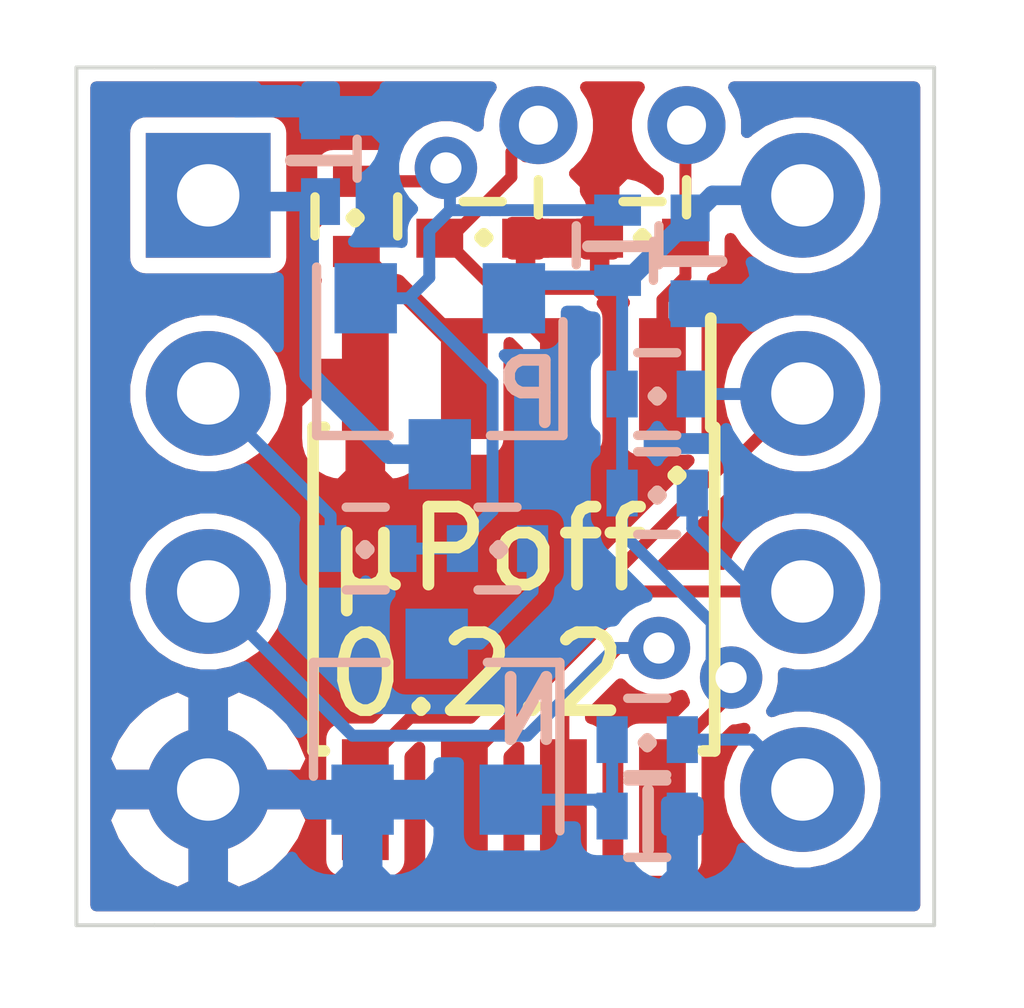
<source format=kicad_pcb>
(kicad_pcb (version 20171130) (host pcbnew 5.1.5)

  (general
    (thickness 1.6)
    (drawings 22)
    (tracks 118)
    (zones 0)
    (modules 17)
    (nets 15)
  )

  (page A4)
  (layers
    (0 F.Cu signal)
    (31 B.Cu signal)
    (32 B.Adhes user hide)
    (33 F.Adhes user hide)
    (34 B.Paste user hide)
    (35 F.Paste user hide)
    (36 B.SilkS user hide)
    (37 F.SilkS user)
    (38 B.Mask user hide)
    (39 F.Mask user hide)
    (40 Dwgs.User user hide)
    (41 Cmts.User user hide)
    (42 Eco1.User user hide)
    (43 Eco2.User user hide)
    (44 Edge.Cuts user)
    (45 Margin user hide)
    (46 B.CrtYd user hide)
    (47 F.CrtYd user hide)
    (48 B.Fab user hide)
    (49 F.Fab user hide)
  )

  (setup
    (last_trace_width 0.153)
    (user_trace_width 0.153)
    (trace_clearance 0.2)
    (zone_clearance 0.153)
    (zone_45_only no)
    (trace_min 0.153)
    (via_size 0.8)
    (via_drill 0.4)
    (via_min_size 0.3)
    (via_min_drill 0.3)
    (user_via 0.6 0.3)
    (uvia_size 0.3)
    (uvia_drill 0.1)
    (uvias_allowed no)
    (uvia_min_size 0.2)
    (uvia_min_drill 0.1)
    (edge_width 0.05)
    (segment_width 0.2)
    (pcb_text_width 0.3)
    (pcb_text_size 1.5 1.5)
    (mod_edge_width 0.12)
    (mod_text_size 1 1)
    (mod_text_width 0.15)
    (pad_size 1.524 1.524)
    (pad_drill 0.762)
    (pad_to_mask_clearance 0.051)
    (solder_mask_min_width 0.25)
    (aux_axis_origin 0 0)
    (visible_elements FFFFFF7F)
    (pcbplotparams
      (layerselection 0x010fc_ffffffff)
      (usegerberextensions false)
      (usegerberattributes false)
      (usegerberadvancedattributes false)
      (creategerberjobfile false)
      (excludeedgelayer true)
      (linewidth 0.100000)
      (plotframeref false)
      (viasonmask false)
      (mode 1)
      (useauxorigin false)
      (hpglpennumber 1)
      (hpglpenspeed 20)
      (hpglpendiameter 15.000000)
      (psnegative false)
      (psa4output false)
      (plotreference true)
      (plotvalue true)
      (plotinvisibletext false)
      (padsonsilk false)
      (subtractmaskfromsilk false)
      (outputformat 1)
      (mirror false)
      (drillshape 0)
      (scaleselection 1)
      (outputdirectory "gerber/"))
  )

  (net 0 "")
  (net 1 VCC)
  (net 2 GND)
  (net 3 "Net-(C2-Pad1)")
  (net 4 "Net-(C3-Pad1)")
  (net 5 VBUS)
  (net 6 ON)
  (net 7 SW)
  (net 8 SCL)
  (net 9 CLKO)
  (net 10 SDA)
  (net 11 "Net-(Q1-Pad1)")
  (net 12 "Net-(Q1-Pad3)")
  (net 13 TRIG)
  (net 14 "Net-(R6-Pad1)")

  (net_class Default "Dies ist die voreingestellte Netzklasse."
    (clearance 0.2)
    (trace_width 0.25)
    (via_dia 0.8)
    (via_drill 0.4)
    (uvia_dia 0.3)
    (uvia_drill 0.1)
    (add_net CLKO)
    (add_net GND)
    (add_net "Net-(C2-Pad1)")
    (add_net "Net-(C3-Pad1)")
    (add_net "Net-(Q1-Pad1)")
    (add_net "Net-(Q1-Pad3)")
    (add_net "Net-(R6-Pad1)")
    (add_net ON)
    (add_net SCL)
    (add_net SDA)
    (add_net SW)
    (add_net TRIG)
    (add_net VBUS)
    (add_net VCC)
  )

  (module Resistors_SMD:R_0402 (layer B.Cu) (tedit 58E0A804) (tstamp 5E5571CD)
    (at 62.738 36.068)
    (descr "Resistor SMD 0402, reflow soldering, Vishay (see dcrcw.pdf)")
    (tags "resistor 0402")
    (path /5E55A4FA)
    (attr smd)
    (fp_text reference R8 (at 0 1.35) (layer B.SilkS) hide
      (effects (font (size 1 1) (thickness 0.15)) (justify mirror))
    )
    (fp_text value 1.2kΩ (at 0 -1.45) (layer B.Fab)
      (effects (font (size 1 1) (thickness 0.15)) (justify mirror))
    )
    (fp_text user %R (at 0 1.35) (layer B.Fab)
      (effects (font (size 1 1) (thickness 0.15)) (justify mirror))
    )
    (fp_line (start -0.5 -0.25) (end -0.5 0.25) (layer B.Fab) (width 0.1))
    (fp_line (start 0.5 -0.25) (end -0.5 -0.25) (layer B.Fab) (width 0.1))
    (fp_line (start 0.5 0.25) (end 0.5 -0.25) (layer B.Fab) (width 0.1))
    (fp_line (start -0.5 0.25) (end 0.5 0.25) (layer B.Fab) (width 0.1))
    (fp_line (start 0.25 0.53) (end -0.25 0.53) (layer B.SilkS) (width 0.12))
    (fp_line (start -0.25 -0.53) (end 0.25 -0.53) (layer B.SilkS) (width 0.12))
    (fp_line (start -0.8 0.45) (end 0.8 0.45) (layer B.CrtYd) (width 0.05))
    (fp_line (start -0.8 0.45) (end -0.8 -0.45) (layer B.CrtYd) (width 0.05))
    (fp_line (start 0.8 -0.45) (end 0.8 0.45) (layer B.CrtYd) (width 0.05))
    (fp_line (start 0.8 -0.45) (end -0.8 -0.45) (layer B.CrtYd) (width 0.05))
    (pad 1 smd rect (at -0.45 0) (size 0.4 0.6) (layers B.Cu B.Paste B.Mask)
      (net 1 VCC))
    (pad 2 smd rect (at 0.45 0) (size 0.4 0.6) (layers B.Cu B.Paste B.Mask)
      (net 8 SCL))
    (model ${KISYS3DMOD}/Resistors_SMD.3dshapes/R_0402.wrl
      (at (xyz 0 0 0))
      (scale (xyz 1 1 1))
      (rotate (xyz 0 0 0))
    )
  )

  (module Resistors_SMD:R_0402 (layer B.Cu) (tedit 58E0A804) (tstamp 5E5571CA)
    (at 62.738 34.798)
    (descr "Resistor SMD 0402, reflow soldering, Vishay (see dcrcw.pdf)")
    (tags "resistor 0402")
    (path /5E55B16D)
    (attr smd)
    (fp_text reference R7 (at 0 1.35) (layer B.SilkS) hide
      (effects (font (size 1 1) (thickness 0.15)) (justify mirror))
    )
    (fp_text value 1.2kΩ (at 0 -1.45) (layer B.Fab)
      (effects (font (size 1 1) (thickness 0.15)) (justify mirror))
    )
    (fp_text user %R (at 0 1.35) (layer B.Fab)
      (effects (font (size 1 1) (thickness 0.15)) (justify mirror))
    )
    (fp_line (start -0.5 -0.25) (end -0.5 0.25) (layer B.Fab) (width 0.1))
    (fp_line (start 0.5 -0.25) (end -0.5 -0.25) (layer B.Fab) (width 0.1))
    (fp_line (start 0.5 0.25) (end 0.5 -0.25) (layer B.Fab) (width 0.1))
    (fp_line (start -0.5 0.25) (end 0.5 0.25) (layer B.Fab) (width 0.1))
    (fp_line (start 0.25 0.53) (end -0.25 0.53) (layer B.SilkS) (width 0.12))
    (fp_line (start -0.25 -0.53) (end 0.25 -0.53) (layer B.SilkS) (width 0.12))
    (fp_line (start -0.8 0.45) (end 0.8 0.45) (layer B.CrtYd) (width 0.05))
    (fp_line (start -0.8 0.45) (end -0.8 -0.45) (layer B.CrtYd) (width 0.05))
    (fp_line (start 0.8 -0.45) (end 0.8 0.45) (layer B.CrtYd) (width 0.05))
    (fp_line (start 0.8 -0.45) (end -0.8 -0.45) (layer B.CrtYd) (width 0.05))
    (pad 1 smd rect (at -0.45 0) (size 0.4 0.6) (layers B.Cu B.Paste B.Mask)
      (net 1 VCC))
    (pad 2 smd rect (at 0.45 0) (size 0.4 0.6) (layers B.Cu B.Paste B.Mask)
      (net 10 SDA))
    (model ${KISYS3DMOD}/Resistors_SMD.3dshapes/R_0402.wrl
      (at (xyz 0 0 0))
      (scale (xyz 1 1 1))
      (rotate (xyz 0 0 0))
    )
  )

  (module Capacitors_SMD:C_0402 (layer B.Cu) (tedit 5D7AD794) (tstamp 5D7ACC7D)
    (at 63.16 33.09 90)
    (descr "Capacitor SMD 0402, reflow soldering, AVX (see smccp.pdf)")
    (tags "capacitor 0402")
    (path /5D7AEA69)
    (attr smd)
    (fp_text reference C1 (at 0 1.27 90) (layer B.SilkS) hide
      (effects (font (size 1 1) (thickness 0.15)) (justify mirror))
    )
    (fp_text value 100nF (at 0 -1.27 90) (layer B.Fab)
      (effects (font (size 1 1) (thickness 0.15)) (justify mirror))
    )
    (fp_text user %R (at 0 1.27 90) (layer B.Fab)
      (effects (font (size 1 1) (thickness 0.15)) (justify mirror))
    )
    (fp_line (start -0.5 -0.25) (end -0.5 0.25) (layer B.Fab) (width 0.1))
    (fp_line (start 0.5 -0.25) (end -0.5 -0.25) (layer B.Fab) (width 0.1))
    (fp_line (start 0.5 0.25) (end 0.5 -0.25) (layer B.Fab) (width 0.1))
    (fp_line (start -0.5 0.25) (end 0.5 0.25) (layer B.Fab) (width 0.1))
    (fp_line (start -0.25 -0.47) (end 0.25 -0.47) (layer B.SilkS) (width 0.12))
    (fp_line (start -1 0.4) (end 1 0.4) (layer B.CrtYd) (width 0.05))
    (fp_line (start -1 0.4) (end -1 -0.4) (layer B.CrtYd) (width 0.05))
    (fp_line (start 1 -0.4) (end 1 0.4) (layer B.CrtYd) (width 0.05))
    (fp_line (start 1 -0.4) (end -1 -0.4) (layer B.CrtYd) (width 0.05))
    (pad 1 smd rect (at -0.55 0 90) (size 0.6 0.5) (layers B.Cu B.Paste B.Mask)
      (net 2 GND))
    (pad 2 smd rect (at 0.55 0 90) (size 0.6 0.5) (layers B.Cu B.Paste B.Mask)
      (net 1 VCC))
    (model Capacitors_SMD.3dshapes/C_0402.wrl
      (at (xyz 0 0 0))
      (scale (xyz 1 1 1))
      (rotate (xyz 0 0 0))
    )
  )

  (module Capacitors_SMD:C_0402 (layer B.Cu) (tedit 5D7AD779) (tstamp 5D7AF146)
    (at 58.42 31.78 270)
    (descr "Capacitor SMD 0402, reflow soldering, AVX (see smccp.pdf)")
    (tags "capacitor 0402")
    (path /5D7BCD6E)
    (attr smd)
    (fp_text reference C4 (at 0 1.27 270) (layer B.SilkS) hide
      (effects (font (size 1 1) (thickness 0.15)) (justify mirror))
    )
    (fp_text value 100nF (at 0 -1.27 270) (layer B.Fab)
      (effects (font (size 1 1) (thickness 0.15)) (justify mirror))
    )
    (fp_text user %R (at 0 1.27 270) (layer B.Fab)
      (effects (font (size 1 1) (thickness 0.15)) (justify mirror))
    )
    (fp_line (start -0.5 -0.25) (end -0.5 0.25) (layer B.Fab) (width 0.1))
    (fp_line (start 0.5 -0.25) (end -0.5 -0.25) (layer B.Fab) (width 0.1))
    (fp_line (start 0.5 0.25) (end 0.5 -0.25) (layer B.Fab) (width 0.1))
    (fp_line (start -0.5 0.25) (end 0.5 0.25) (layer B.Fab) (width 0.1))
    (fp_line (start -0.25 -0.47) (end 0.25 -0.47) (layer B.SilkS) (width 0.12))
    (fp_line (start -1 0.4) (end 1 0.4) (layer B.CrtYd) (width 0.05))
    (fp_line (start -1 0.4) (end -1 -0.4) (layer B.CrtYd) (width 0.05))
    (fp_line (start 1 -0.4) (end 1 0.4) (layer B.CrtYd) (width 0.05))
    (fp_line (start 1 -0.4) (end -1 -0.4) (layer B.CrtYd) (width 0.05))
    (pad 1 smd rect (at -0.55 0 270) (size 0.6 0.5) (layers B.Cu B.Paste B.Mask)
      (net 2 GND))
    (pad 2 smd rect (at 0.55 0 270) (size 0.6 0.5) (layers B.Cu B.Paste B.Mask)
      (net 5 VBUS))
    (model Capacitors_SMD.3dshapes/C_0402.wrl
      (at (xyz 0 0 0))
      (scale (xyz 1 1 1))
      (rotate (xyz 0 0 0))
    )
  )

  (module Capacitors_SMD:C_0402 (layer F.Cu) (tedit 5D7AD75F) (tstamp 5D7ACCDD)
    (at 62.55 32.8 180)
    (descr "Capacitor SMD 0402, reflow soldering, AVX (see smccp.pdf)")
    (tags "capacitor 0402")
    (path /5D7ADDC0)
    (attr smd)
    (fp_text reference C2 (at 0 -1.27 180) (layer F.SilkS) hide
      (effects (font (size 1 1) (thickness 0.15)))
    )
    (fp_text value 22pF (at 0 1.27 180) (layer F.Fab)
      (effects (font (size 1 1) (thickness 0.15)))
    )
    (fp_text user %R (at 0 -1.27 180) (layer F.Fab)
      (effects (font (size 1 1) (thickness 0.15)))
    )
    (fp_line (start -0.5 0.25) (end -0.5 -0.25) (layer F.Fab) (width 0.1))
    (fp_line (start 0.5 0.25) (end -0.5 0.25) (layer F.Fab) (width 0.1))
    (fp_line (start 0.5 -0.25) (end 0.5 0.25) (layer F.Fab) (width 0.1))
    (fp_line (start -0.5 -0.25) (end 0.5 -0.25) (layer F.Fab) (width 0.1))
    (fp_line (start -0.25 0.47) (end 0.25 0.47) (layer F.SilkS) (width 0.12))
    (fp_line (start -1 -0.4) (end 1 -0.4) (layer F.CrtYd) (width 0.05))
    (fp_line (start -1 -0.4) (end -1 0.4) (layer F.CrtYd) (width 0.05))
    (fp_line (start 1 0.4) (end 1 -0.4) (layer F.CrtYd) (width 0.05))
    (fp_line (start 1 0.4) (end -1 0.4) (layer F.CrtYd) (width 0.05))
    (pad 1 smd rect (at -0.55 0 180) (size 0.6 0.5) (layers F.Cu F.Paste F.Mask)
      (net 3 "Net-(C2-Pad1)"))
    (pad 2 smd rect (at 0.55 0 180) (size 0.6 0.5) (layers F.Cu F.Paste F.Mask)
      (net 2 GND))
    (model Capacitors_SMD.3dshapes/C_0402.wrl
      (at (xyz 0 0 0))
      (scale (xyz 1 1 1))
      (rotate (xyz 0 0 0))
    )
  )

  (module Capacitors_SMD:C_0402 (layer F.Cu) (tedit 5D7AD74D) (tstamp 5D7AD947)
    (at 60.5 32.8)
    (descr "Capacitor SMD 0402, reflow soldering, AVX (see smccp.pdf)")
    (tags "capacitor 0402")
    (path /5D7AE3FA)
    (attr smd)
    (fp_text reference C3 (at 0 -1.27) (layer F.SilkS) hide
      (effects (font (size 1 1) (thickness 0.15)))
    )
    (fp_text value 22pF (at 0 1.27) (layer F.Fab)
      (effects (font (size 1 1) (thickness 0.15)))
    )
    (fp_text user %R (at 0 -1.27) (layer F.Fab)
      (effects (font (size 1 1) (thickness 0.15)))
    )
    (fp_line (start -0.5 0.25) (end -0.5 -0.25) (layer F.Fab) (width 0.1))
    (fp_line (start 0.5 0.25) (end -0.5 0.25) (layer F.Fab) (width 0.1))
    (fp_line (start 0.5 -0.25) (end 0.5 0.25) (layer F.Fab) (width 0.1))
    (fp_line (start -0.5 -0.25) (end 0.5 -0.25) (layer F.Fab) (width 0.1))
    (fp_line (start 0.25 -0.47) (end -0.25 -0.47) (layer F.SilkS) (width 0.12))
    (fp_line (start -1 -0.4) (end 1 -0.4) (layer F.CrtYd) (width 0.05))
    (fp_line (start -1 -0.4) (end -1 0.4) (layer F.CrtYd) (width 0.05))
    (fp_line (start 1 0.4) (end 1 -0.4) (layer F.CrtYd) (width 0.05))
    (fp_line (start 1 0.4) (end -1 0.4) (layer F.CrtYd) (width 0.05))
    (pad 1 smd rect (at -0.55 0) (size 0.6 0.5) (layers F.Cu F.Paste F.Mask)
      (net 4 "Net-(C3-Pad1)"))
    (pad 2 smd rect (at 0.55 0) (size 0.6 0.5) (layers F.Cu F.Paste F.Mask)
      (net 2 GND))
    (model Capacitors_SMD.3dshapes/C_0402.wrl
      (at (xyz 0 0 0))
      (scale (xyz 1 1 1))
      (rotate (xyz 0 0 0))
    )
  )

  (module Housings_DIP:DIP-8_W7.62mm (layer F.Cu) (tedit 5D7AD331) (tstamp 5D7ACA21)
    (at 56.98 32.25)
    (descr "8-lead though-hole mounted DIP package, row spacing 7.62 mm (300 mils)")
    (tags "THT DIP DIL PDIP 2.54mm 7.62mm 300mil")
    (path /5D7BDDF4)
    (fp_text reference J1 (at -2.878 -2.405) (layer F.SilkS) hide
      (effects (font (size 1 1) (thickness 0.15)))
    )
    (fp_text value 02x04 (at 3.81 9.95) (layer F.Fab)
      (effects (font (size 1 1) (thickness 0.15)))
    )
    (fp_line (start 1.635 -1.27) (end 6.985 -1.27) (layer F.Fab) (width 0.1))
    (fp_line (start 6.985 -1.27) (end 6.985 8.89) (layer F.Fab) (width 0.1))
    (fp_line (start 6.985 8.89) (end 0.635 8.89) (layer F.Fab) (width 0.1))
    (fp_line (start 0.635 8.89) (end 0.635 -0.27) (layer F.Fab) (width 0.1))
    (fp_line (start 0.635 -0.27) (end 1.635 -1.27) (layer F.Fab) (width 0.1))
    (fp_line (start -1.1 -1.55) (end -1.1 9.15) (layer F.CrtYd) (width 0.05))
    (fp_line (start -1.1 9.15) (end 8.7 9.15) (layer F.CrtYd) (width 0.05))
    (fp_line (start 8.7 9.15) (end 8.7 -1.55) (layer F.CrtYd) (width 0.05))
    (fp_line (start 8.7 -1.55) (end -1.1 -1.55) (layer F.CrtYd) (width 0.05))
    (fp_text user %R (at 3.81 3.81) (layer F.Fab)
      (effects (font (size 1 1) (thickness 0.15)))
    )
    (pad 1 thru_hole rect (at 0 0) (size 1.6 1.6) (drill 0.8) (layers *.Cu *.Mask)
      (net 5 VBUS))
    (pad 5 thru_hole oval (at 7.62 7.62) (size 1.6 1.6) (drill 0.8) (layers *.Cu *.Mask)
      (net 6 ON))
    (pad 2 thru_hole oval (at 0 2.54) (size 1.6 1.6) (drill 0.8) (layers *.Cu *.Mask)
      (net 7 SW))
    (pad 6 thru_hole oval (at 7.62 5.08) (size 1.6 1.6) (drill 0.8) (layers *.Cu *.Mask)
      (net 8 SCL))
    (pad 3 thru_hole oval (at 0 5.08) (size 1.6 1.6) (drill 0.8) (layers *.Cu *.Mask)
      (net 9 CLKO))
    (pad 7 thru_hole oval (at 7.62 2.54) (size 1.6 1.6) (drill 0.8) (layers *.Cu *.Mask)
      (net 10 SDA))
    (pad 4 thru_hole oval (at 0 7.62) (size 1.6 1.6) (drill 0.8) (layers *.Cu *.Mask)
      (net 2 GND))
    (pad 8 thru_hole oval (at 7.62 0) (size 1.6 1.6) (drill 0.8) (layers *.Cu *.Mask)
      (net 1 VCC))
    (model ${KISYS3DMOD}/Housings_DIP.3dshapes/DIP-8_W7.62mm.wrl
      (at (xyz 0 0 0))
      (scale (xyz 1 1 1))
      (rotate (xyz 0 0 0))
    )
  )

  (module Crystals:Crystal_C38-LF_d3.0mm_l8.0mm_Horizontal (layer F.Cu) (tedit 5D7AD313) (tstamp 5D7AFE81)
    (at 61.214 31.35)
    (descr "Crystal THT C38-LF 8.0mm length 3.0mm diameter")
    (tags ['C38-LF'])
    (path /5D7ACEB3)
    (fp_text reference Y1 (at -2.07 2.25 90) (layer F.SilkS) hide
      (effects (font (size 1 1) (thickness 0.15)))
    )
    (fp_text value 32.768kHz (at 3.97 2.25 90) (layer F.Fab)
      (effects (font (size 1 1) (thickness 0.15)))
    )
    (fp_text user %R (at 1.25 6.5 90) (layer F.Fab)
      (effects (font (size 0.7 0.7) (thickness 0.105)))
    )
    (fp_line (start -0.55 2.5) (end -0.55 10.5) (layer F.Fab) (width 0.1))
    (fp_line (start -0.55 10.5) (end 2.45 10.5) (layer F.Fab) (width 0.1))
    (fp_line (start 2.45 10.5) (end 2.45 2.5) (layer F.Fab) (width 0.1))
    (fp_line (start 2.45 2.5) (end -0.55 2.5) (layer F.Fab) (width 0.1))
    (fp_line (start 0.405 2.5) (end 0 1.25) (layer F.Fab) (width 0.1))
    (fp_line (start 0 1.25) (end 0 0) (layer F.Fab) (width 0.1))
    (fp_line (start 1.495 2.5) (end 1.9 1.25) (layer F.Fab) (width 0.1))
    (fp_line (start 1.9 1.25) (end 1.9 0) (layer F.Fab) (width 0.1))
    (fp_line (start 0 1.15) (end 0 0.7) (layer F.SilkS) (width 0.12))
    (fp_line (start 1.9 1.15) (end 1.9 0.7) (layer F.SilkS) (width 0.12))
    (fp_line (start -1.3 -0.8) (end -1.3 11.3) (layer F.CrtYd) (width 0.05))
    (fp_line (start -1.3 11.3) (end 3.2 11.3) (layer F.CrtYd) (width 0.05))
    (fp_line (start 3.2 11.3) (end 3.2 -0.8) (layer F.CrtYd) (width 0.05))
    (fp_line (start 3.2 -0.8) (end -1.3 -0.8) (layer F.CrtYd) (width 0.05))
    (pad 1 thru_hole circle (at 1.9 0) (size 1 1) (drill 0.5) (layers *.Cu *.Mask)
      (net 3 "Net-(C2-Pad1)"))
    (pad 2 thru_hole circle (at 0 0) (size 1 1) (drill 0.5) (layers *.Cu *.Mask)
      (net 4 "Net-(C3-Pad1)"))
    (model ${KISYS3DMOD}/Crystals.3dshapes/Crystal_C38-LF_d3.0mm_l8.0mm_Horizontal.wrl
      (at (xyz 0 0 0))
      (scale (xyz 0.393701 0.393701 0.393701))
      (rotate (xyz 0 0 0))
    )
  )

  (module Housings_SOIC:HTSOP-8-1EP_3.9x4.9mm_Pitch1.27mm (layer F.Cu) (tedit 5D7ACC6A) (tstamp 5D7AD0C7)
    (at 60.9 37.3 270)
    (tags "HTSOP 1.27")
    (path /5D7AC337)
    (attr smd)
    (fp_text reference U1 (at 0 -3.5 270) (layer F.SilkS) hide
      (effects (font (size 1 1) (thickness 0.15)))
    )
    (fp_text value PCF8563TS (at 0 3.5 270) (layer F.Fab)
      (effects (font (size 1 1) (thickness 0.15)))
    )
    (fp_text user %R (at 0 0 270) (layer F.Fab)
      (effects (font (size 0.9 0.9) (thickness 0.135)))
    )
    (fp_line (start -0.95 -2.45) (end 1.95 -2.45) (layer F.Fab) (width 0.15))
    (fp_line (start 1.95 -2.45) (end 1.95 2.45) (layer F.Fab) (width 0.15))
    (fp_line (start 1.95 2.45) (end -1.95 2.45) (layer F.Fab) (width 0.15))
    (fp_line (start -1.95 2.45) (end -1.95 -1.45) (layer F.Fab) (width 0.15))
    (fp_line (start -1.95 -1.45) (end -0.95 -2.45) (layer F.Fab) (width 0.15))
    (fp_line (start -3.75 -2.75) (end -3.75 2.75) (layer F.CrtYd) (width 0.05))
    (fp_line (start 3.75 -2.75) (end 3.75 2.75) (layer F.CrtYd) (width 0.05))
    (fp_line (start -3.75 -2.75) (end 3.75 -2.75) (layer F.CrtYd) (width 0.05))
    (fp_line (start -3.75 2.75) (end 3.75 2.75) (layer F.CrtYd) (width 0.05))
    (fp_line (start -2.075 -2.575) (end -2.075 -2.525) (layer F.SilkS) (width 0.15))
    (fp_line (start 2.075 -2.575) (end 2.075 -2.43) (layer F.SilkS) (width 0.15))
    (fp_line (start 2.075 2.575) (end 2.075 2.43) (layer F.SilkS) (width 0.15))
    (fp_line (start -2.075 2.575) (end -2.075 2.43) (layer F.SilkS) (width 0.15))
    (fp_line (start -2.075 -2.575) (end 2.075 -2.575) (layer F.SilkS) (width 0.15))
    (fp_line (start -2.075 2.575) (end 2.075 2.575) (layer F.SilkS) (width 0.15))
    (fp_line (start -2.075 -2.525) (end -3.475 -2.525) (layer F.SilkS) (width 0.15))
    (pad 1 smd rect (at -2.7 -1.905 270) (size 1.55 0.6) (layers F.Cu F.Paste F.Mask)
      (net 3 "Net-(C2-Pad1)"))
    (pad 2 smd rect (at -2.7 -0.635 270) (size 1.55 0.6) (layers F.Cu F.Paste F.Mask)
      (net 4 "Net-(C3-Pad1)"))
    (pad 3 smd rect (at -2.7 0.635 270) (size 1.55 0.6) (layers F.Cu F.Paste F.Mask)
      (net 14 "Net-(R6-Pad1)"))
    (pad 4 smd rect (at -2.7 1.905 270) (size 1.55 0.6) (layers F.Cu F.Paste F.Mask)
      (net 2 GND))
    (pad 5 smd rect (at 2.7 1.905 270) (size 1.55 0.6) (layers F.Cu F.Paste F.Mask)
      (net 10 SDA))
    (pad 6 smd rect (at 2.7 0.635 270) (size 1.55 0.6) (layers F.Cu F.Paste F.Mask)
      (net 8 SCL))
    (pad 7 smd rect (at 2.7 -0.635 270) (size 1.55 0.6) (layers F.Cu F.Paste F.Mask)
      (net 9 CLKO))
    (pad 8 smd rect (at 2.7 -1.905 270) (size 1.55 0.6) (layers F.Cu F.Paste F.Mask)
      (net 1 VCC))
    (model ${KISYS3DMOD}/Housings_SOIC.3dshapes/HTSOP-8-1EP_3.9x4.9mm_Pitch1.27mm.wrl
      (at (xyz 0 0 0))
      (scale (xyz 1 1 1))
      (rotate (xyz 0 0 0))
    )
  )

  (module Resistors_SMD:R_0402 (layer F.Cu) (tedit 58E0A804) (tstamp 5D7AF212)
    (at 58.88 32.52 90)
    (descr "Resistor SMD 0402, reflow soldering, Vishay (see dcrcw.pdf)")
    (tags "resistor 0402")
    (path /5D7B1F6A)
    (attr smd)
    (fp_text reference R6 (at 0 -1.35 90) (layer F.SilkS) hide
      (effects (font (size 1 1) (thickness 0.15)))
    )
    (fp_text value 1.2kΩ (at 0 1.45 90) (layer F.Fab)
      (effects (font (size 1 1) (thickness 0.15)))
    )
    (fp_text user %R (at 0 -1.35 90) (layer F.Fab)
      (effects (font (size 1 1) (thickness 0.15)))
    )
    (fp_line (start -0.5 0.25) (end -0.5 -0.25) (layer F.Fab) (width 0.1))
    (fp_line (start 0.5 0.25) (end -0.5 0.25) (layer F.Fab) (width 0.1))
    (fp_line (start 0.5 -0.25) (end 0.5 0.25) (layer F.Fab) (width 0.1))
    (fp_line (start -0.5 -0.25) (end 0.5 -0.25) (layer F.Fab) (width 0.1))
    (fp_line (start 0.25 -0.53) (end -0.25 -0.53) (layer F.SilkS) (width 0.12))
    (fp_line (start -0.25 0.53) (end 0.25 0.53) (layer F.SilkS) (width 0.12))
    (fp_line (start -0.8 -0.45) (end 0.8 -0.45) (layer F.CrtYd) (width 0.05))
    (fp_line (start -0.8 -0.45) (end -0.8 0.45) (layer F.CrtYd) (width 0.05))
    (fp_line (start 0.8 0.45) (end 0.8 -0.45) (layer F.CrtYd) (width 0.05))
    (fp_line (start 0.8 0.45) (end -0.8 0.45) (layer F.CrtYd) (width 0.05))
    (pad 1 smd rect (at -0.45 0 90) (size 0.4 0.6) (layers F.Cu F.Paste F.Mask)
      (net 14 "Net-(R6-Pad1)"))
    (pad 2 smd rect (at 0.45 0 90) (size 0.4 0.6) (layers F.Cu F.Paste F.Mask)
      (net 13 TRIG))
    (model ${KISYS3DMOD}/Resistors_SMD.3dshapes/R_0402.wrl
      (at (xyz 0 0 0))
      (scale (xyz 1 1 1))
      (rotate (xyz 0 0 0))
    )
  )

  (module Resistors_SMD:R_0402 (layer B.Cu) (tedit 58E0A804) (tstamp 5D7AF0E6)
    (at 60.69 36.78)
    (descr "Resistor SMD 0402, reflow soldering, Vishay (see dcrcw.pdf)")
    (tags "resistor 0402")
    (path /5D7AFF40)
    (attr smd)
    (fp_text reference R5 (at 0 1.35) (layer B.SilkS) hide
      (effects (font (size 1 1) (thickness 0.15)) (justify mirror))
    )
    (fp_text value 1.2kΩ (at 0 -1.45) (layer B.Fab)
      (effects (font (size 1 1) (thickness 0.15)) (justify mirror))
    )
    (fp_text user %R (at 0 1.35) (layer B.Fab)
      (effects (font (size 1 1) (thickness 0.15)) (justify mirror))
    )
    (fp_line (start -0.5 -0.25) (end -0.5 0.25) (layer B.Fab) (width 0.1))
    (fp_line (start 0.5 -0.25) (end -0.5 -0.25) (layer B.Fab) (width 0.1))
    (fp_line (start 0.5 0.25) (end 0.5 -0.25) (layer B.Fab) (width 0.1))
    (fp_line (start -0.5 0.25) (end 0.5 0.25) (layer B.Fab) (width 0.1))
    (fp_line (start 0.25 0.53) (end -0.25 0.53) (layer B.SilkS) (width 0.12))
    (fp_line (start -0.25 -0.53) (end 0.25 -0.53) (layer B.SilkS) (width 0.12))
    (fp_line (start -0.8 0.45) (end 0.8 0.45) (layer B.CrtYd) (width 0.05))
    (fp_line (start -0.8 0.45) (end -0.8 -0.45) (layer B.CrtYd) (width 0.05))
    (fp_line (start 0.8 -0.45) (end 0.8 0.45) (layer B.CrtYd) (width 0.05))
    (fp_line (start 0.8 -0.45) (end -0.8 -0.45) (layer B.CrtYd) (width 0.05))
    (pad 1 smd rect (at -0.45 0) (size 0.4 0.6) (layers B.Cu B.Paste B.Mask)
      (net 13 TRIG))
    (pad 2 smd rect (at 0.45 0) (size 0.4 0.6) (layers B.Cu B.Paste B.Mask)
      (net 12 "Net-(Q1-Pad3)"))
    (model ${KISYS3DMOD}/Resistors_SMD.3dshapes/R_0402.wrl
      (at (xyz 0 0 0))
      (scale (xyz 1 1 1))
      (rotate (xyz 0 0 0))
    )
  )

  (module Resistors_SMD:R_0402 (layer B.Cu) (tedit 58E0A804) (tstamp 5D7AF967)
    (at 62.61 40.21)
    (descr "Resistor SMD 0402, reflow soldering, Vishay (see dcrcw.pdf)")
    (tags "resistor 0402")
    (path /5D7B25AA)
    (attr smd)
    (fp_text reference R4 (at 0 1.35) (layer B.SilkS) hide
      (effects (font (size 1 1) (thickness 0.15)) (justify mirror))
    )
    (fp_text value 120kΩ (at 0 -1.45) (layer B.Fab)
      (effects (font (size 1 1) (thickness 0.15)) (justify mirror))
    )
    (fp_text user %R (at 0 1.35) (layer B.Fab)
      (effects (font (size 1 1) (thickness 0.15)) (justify mirror))
    )
    (fp_line (start -0.5 -0.25) (end -0.5 0.25) (layer B.Fab) (width 0.1))
    (fp_line (start 0.5 -0.25) (end -0.5 -0.25) (layer B.Fab) (width 0.1))
    (fp_line (start 0.5 0.25) (end 0.5 -0.25) (layer B.Fab) (width 0.1))
    (fp_line (start -0.5 0.25) (end 0.5 0.25) (layer B.Fab) (width 0.1))
    (fp_line (start 0.25 0.53) (end -0.25 0.53) (layer B.SilkS) (width 0.12))
    (fp_line (start -0.25 -0.53) (end 0.25 -0.53) (layer B.SilkS) (width 0.12))
    (fp_line (start -0.8 0.45) (end 0.8 0.45) (layer B.CrtYd) (width 0.05))
    (fp_line (start -0.8 0.45) (end -0.8 -0.45) (layer B.CrtYd) (width 0.05))
    (fp_line (start 0.8 -0.45) (end 0.8 0.45) (layer B.CrtYd) (width 0.05))
    (fp_line (start 0.8 -0.45) (end -0.8 -0.45) (layer B.CrtYd) (width 0.05))
    (pad 1 smd rect (at -0.45 0) (size 0.4 0.6) (layers B.Cu B.Paste B.Mask)
      (net 11 "Net-(Q1-Pad1)"))
    (pad 2 smd rect (at 0.45 0) (size 0.4 0.6) (layers B.Cu B.Paste B.Mask)
      (net 2 GND))
    (model ${KISYS3DMOD}/Resistors_SMD.3dshapes/R_0402.wrl
      (at (xyz 0 0 0))
      (scale (xyz 1 1 1))
      (rotate (xyz 0 0 0))
    )
  )

  (module Resistors_SMD:R_0402 (layer B.Cu) (tedit 58E0A804) (tstamp 5D7AF1A6)
    (at 62.61 39.23 180)
    (descr "Resistor SMD 0402, reflow soldering, Vishay (see dcrcw.pdf)")
    (tags "resistor 0402")
    (path /5D7B2304)
    (attr smd)
    (fp_text reference R3 (at 0 1.35) (layer B.SilkS) hide
      (effects (font (size 1 1) (thickness 0.15)) (justify mirror))
    )
    (fp_text value 1.2kΩ (at 0 -1.45) (layer B.Fab)
      (effects (font (size 1 1) (thickness 0.15)) (justify mirror))
    )
    (fp_text user %R (at 0 1.35) (layer B.Fab)
      (effects (font (size 1 1) (thickness 0.15)) (justify mirror))
    )
    (fp_line (start -0.5 -0.25) (end -0.5 0.25) (layer B.Fab) (width 0.1))
    (fp_line (start 0.5 -0.25) (end -0.5 -0.25) (layer B.Fab) (width 0.1))
    (fp_line (start 0.5 0.25) (end 0.5 -0.25) (layer B.Fab) (width 0.1))
    (fp_line (start -0.5 0.25) (end 0.5 0.25) (layer B.Fab) (width 0.1))
    (fp_line (start 0.25 0.53) (end -0.25 0.53) (layer B.SilkS) (width 0.12))
    (fp_line (start -0.25 -0.53) (end 0.25 -0.53) (layer B.SilkS) (width 0.12))
    (fp_line (start -0.8 0.45) (end 0.8 0.45) (layer B.CrtYd) (width 0.05))
    (fp_line (start -0.8 0.45) (end -0.8 -0.45) (layer B.CrtYd) (width 0.05))
    (fp_line (start 0.8 -0.45) (end 0.8 0.45) (layer B.CrtYd) (width 0.05))
    (fp_line (start 0.8 -0.45) (end -0.8 -0.45) (layer B.CrtYd) (width 0.05))
    (pad 1 smd rect (at -0.45 0 180) (size 0.4 0.6) (layers B.Cu B.Paste B.Mask)
      (net 6 ON))
    (pad 2 smd rect (at 0.45 0 180) (size 0.4 0.6) (layers B.Cu B.Paste B.Mask)
      (net 11 "Net-(Q1-Pad1)"))
    (model ${KISYS3DMOD}/Resistors_SMD.3dshapes/R_0402.wrl
      (at (xyz 0 0 0))
      (scale (xyz 1 1 1))
      (rotate (xyz 0 0 0))
    )
  )

  (module Resistors_SMD:R_0402 (layer B.Cu) (tedit 58E0A804) (tstamp 5D7AF0B6)
    (at 59 36.78)
    (descr "Resistor SMD 0402, reflow soldering, Vishay (see dcrcw.pdf)")
    (tags "resistor 0402")
    (path /5D7B2425)
    (attr smd)
    (fp_text reference R2 (at 0 1.35) (layer B.SilkS) hide
      (effects (font (size 1 1) (thickness 0.15)) (justify mirror))
    )
    (fp_text value 1.2kΩ (at 0 -1.45) (layer B.Fab)
      (effects (font (size 1 1) (thickness 0.15)) (justify mirror))
    )
    (fp_text user %R (at 0 1.35) (layer B.Fab)
      (effects (font (size 1 1) (thickness 0.15)) (justify mirror))
    )
    (fp_line (start -0.5 -0.25) (end -0.5 0.25) (layer B.Fab) (width 0.1))
    (fp_line (start 0.5 -0.25) (end -0.5 -0.25) (layer B.Fab) (width 0.1))
    (fp_line (start 0.5 0.25) (end 0.5 -0.25) (layer B.Fab) (width 0.1))
    (fp_line (start -0.5 0.25) (end 0.5 0.25) (layer B.Fab) (width 0.1))
    (fp_line (start 0.25 0.53) (end -0.25 0.53) (layer B.SilkS) (width 0.12))
    (fp_line (start -0.25 -0.53) (end 0.25 -0.53) (layer B.SilkS) (width 0.12))
    (fp_line (start -0.8 0.45) (end 0.8 0.45) (layer B.CrtYd) (width 0.05))
    (fp_line (start -0.8 0.45) (end -0.8 -0.45) (layer B.CrtYd) (width 0.05))
    (fp_line (start 0.8 -0.45) (end 0.8 0.45) (layer B.CrtYd) (width 0.05))
    (fp_line (start 0.8 -0.45) (end -0.8 -0.45) (layer B.CrtYd) (width 0.05))
    (pad 1 smd rect (at -0.45 0) (size 0.4 0.6) (layers B.Cu B.Paste B.Mask)
      (net 7 SW))
    (pad 2 smd rect (at 0.45 0) (size 0.4 0.6) (layers B.Cu B.Paste B.Mask)
      (net 13 TRIG))
    (model ${KISYS3DMOD}/Resistors_SMD.3dshapes/R_0402.wrl
      (at (xyz 0 0 0))
      (scale (xyz 1 1 1))
      (rotate (xyz 0 0 0))
    )
  )

  (module Resistors_SMD:R_0402 (layer B.Cu) (tedit 58E0A804) (tstamp 5D7AF116)
    (at 62.23 32.89 90)
    (descr "Resistor SMD 0402, reflow soldering, Vishay (see dcrcw.pdf)")
    (tags "resistor 0402")
    (path /5D7B21B9)
    (attr smd)
    (fp_text reference R1 (at 0 1.35 90) (layer B.SilkS) hide
      (effects (font (size 1 1) (thickness 0.15)) (justify mirror))
    )
    (fp_text value 120kΩ (at 0 -1.45 90) (layer B.Fab)
      (effects (font (size 1 1) (thickness 0.15)) (justify mirror))
    )
    (fp_text user %R (at 0 1.35 90) (layer B.Fab)
      (effects (font (size 1 1) (thickness 0.15)) (justify mirror))
    )
    (fp_line (start -0.5 -0.25) (end -0.5 0.25) (layer B.Fab) (width 0.1))
    (fp_line (start 0.5 -0.25) (end -0.5 -0.25) (layer B.Fab) (width 0.1))
    (fp_line (start 0.5 0.25) (end 0.5 -0.25) (layer B.Fab) (width 0.1))
    (fp_line (start -0.5 0.25) (end 0.5 0.25) (layer B.Fab) (width 0.1))
    (fp_line (start 0.25 0.53) (end -0.25 0.53) (layer B.SilkS) (width 0.12))
    (fp_line (start -0.25 -0.53) (end 0.25 -0.53) (layer B.SilkS) (width 0.12))
    (fp_line (start -0.8 0.45) (end 0.8 0.45) (layer B.CrtYd) (width 0.05))
    (fp_line (start -0.8 0.45) (end -0.8 -0.45) (layer B.CrtYd) (width 0.05))
    (fp_line (start 0.8 -0.45) (end 0.8 0.45) (layer B.CrtYd) (width 0.05))
    (fp_line (start 0.8 -0.45) (end -0.8 -0.45) (layer B.CrtYd) (width 0.05))
    (pad 1 smd rect (at -0.45 0 90) (size 0.4 0.6) (layers B.Cu B.Paste B.Mask)
      (net 1 VCC))
    (pad 2 smd rect (at 0.45 0 90) (size 0.4 0.6) (layers B.Cu B.Paste B.Mask)
      (net 13 TRIG))
    (model ${KISYS3DMOD}/Resistors_SMD.3dshapes/R_0402.wrl
      (at (xyz 0 0 0))
      (scale (xyz 1 1 1))
      (rotate (xyz 0 0 0))
    )
  )

  (module TO_SOT_Packages_SMD:SOT-23 (layer B.Cu) (tedit 58CE4E7E) (tstamp 5D7AF1DA)
    (at 59.95 34.57 270)
    (descr "SOT-23, Standard")
    (tags SOT-23)
    (path /5D7B104D)
    (attr smd)
    (fp_text reference Q2 (at 0 2.5 90) (layer B.SilkS) hide
      (effects (font (size 1 1) (thickness 0.15)) (justify mirror))
    )
    (fp_text value AO3407 (at 0 -2.5 90) (layer B.Fab)
      (effects (font (size 1 1) (thickness 0.15)) (justify mirror))
    )
    (fp_text user %R (at 0 0 180) (layer B.Fab)
      (effects (font (size 0.5 0.5) (thickness 0.075)) (justify mirror))
    )
    (fp_line (start -0.7 0.95) (end -0.7 -1.5) (layer B.Fab) (width 0.1))
    (fp_line (start -0.15 1.52) (end 0.7 1.52) (layer B.Fab) (width 0.1))
    (fp_line (start -0.7 0.95) (end -0.15 1.52) (layer B.Fab) (width 0.1))
    (fp_line (start 0.7 1.52) (end 0.7 -1.52) (layer B.Fab) (width 0.1))
    (fp_line (start -0.7 -1.52) (end 0.7 -1.52) (layer B.Fab) (width 0.1))
    (fp_line (start 0.76 -1.58) (end 0.76 -0.65) (layer B.SilkS) (width 0.12))
    (fp_line (start 0.76 1.58) (end 0.76 0.65) (layer B.SilkS) (width 0.12))
    (fp_line (start -1.7 1.75) (end 1.7 1.75) (layer B.CrtYd) (width 0.05))
    (fp_line (start 1.7 1.75) (end 1.7 -1.75) (layer B.CrtYd) (width 0.05))
    (fp_line (start 1.7 -1.75) (end -1.7 -1.75) (layer B.CrtYd) (width 0.05))
    (fp_line (start -1.7 -1.75) (end -1.7 1.75) (layer B.CrtYd) (width 0.05))
    (fp_line (start 0.76 1.58) (end -1.4 1.58) (layer B.SilkS) (width 0.12))
    (fp_line (start 0.76 -1.58) (end -0.7 -1.58) (layer B.SilkS) (width 0.12))
    (pad 1 smd rect (at -1 0.95 270) (size 0.9 0.8) (layers B.Cu B.Paste B.Mask)
      (net 13 TRIG))
    (pad 2 smd rect (at -1 -0.95 270) (size 0.9 0.8) (layers B.Cu B.Paste B.Mask)
      (net 1 VCC))
    (pad 3 smd rect (at 1 0 270) (size 0.9 0.8) (layers B.Cu B.Paste B.Mask)
      (net 5 VBUS))
    (model ${KISYS3DMOD}/TO_SOT_Packages_SMD.3dshapes/SOT-23.wrl
      (at (xyz 0 0 0))
      (scale (xyz 1 1 1))
      (rotate (xyz 0 0 0))
    )
  )

  (module TO_SOT_Packages_SMD:SOT-23 (layer B.Cu) (tedit 58CE4E7E) (tstamp 5D7AF246)
    (at 59.91 39 90)
    (descr "SOT-23, Standard")
    (tags SOT-23)
    (path /5D7B062D)
    (attr smd)
    (fp_text reference Q1 (at 0 2.5 90) (layer B.SilkS) hide
      (effects (font (size 1 1) (thickness 0.15)) (justify mirror))
    )
    (fp_text value SI2302 (at 0 -2.5 90) (layer B.Fab)
      (effects (font (size 1 1) (thickness 0.15)) (justify mirror))
    )
    (fp_text user %R (at 0 0 180) (layer B.Fab)
      (effects (font (size 0.5 0.5) (thickness 0.075)) (justify mirror))
    )
    (fp_line (start -0.7 0.95) (end -0.7 -1.5) (layer B.Fab) (width 0.1))
    (fp_line (start -0.15 1.52) (end 0.7 1.52) (layer B.Fab) (width 0.1))
    (fp_line (start -0.7 0.95) (end -0.15 1.52) (layer B.Fab) (width 0.1))
    (fp_line (start 0.7 1.52) (end 0.7 -1.52) (layer B.Fab) (width 0.1))
    (fp_line (start -0.7 -1.52) (end 0.7 -1.52) (layer B.Fab) (width 0.1))
    (fp_line (start 0.76 -1.58) (end 0.76 -0.65) (layer B.SilkS) (width 0.12))
    (fp_line (start 0.76 1.58) (end 0.76 0.65) (layer B.SilkS) (width 0.12))
    (fp_line (start -1.7 1.75) (end 1.7 1.75) (layer B.CrtYd) (width 0.05))
    (fp_line (start 1.7 1.75) (end 1.7 -1.75) (layer B.CrtYd) (width 0.05))
    (fp_line (start 1.7 -1.75) (end -1.7 -1.75) (layer B.CrtYd) (width 0.05))
    (fp_line (start -1.7 -1.75) (end -1.7 1.75) (layer B.CrtYd) (width 0.05))
    (fp_line (start 0.76 1.58) (end -1.4 1.58) (layer B.SilkS) (width 0.12))
    (fp_line (start 0.76 -1.58) (end -0.7 -1.58) (layer B.SilkS) (width 0.12))
    (pad 1 smd rect (at -1 0.95 90) (size 0.9 0.8) (layers B.Cu B.Paste B.Mask)
      (net 11 "Net-(Q1-Pad1)"))
    (pad 2 smd rect (at -1 -0.95 90) (size 0.9 0.8) (layers B.Cu B.Paste B.Mask)
      (net 2 GND))
    (pad 3 smd rect (at 1 0 90) (size 0.9 0.8) (layers B.Cu B.Paste B.Mask)
      (net 12 "Net-(Q1-Pad3)"))
    (model ${KISYS3DMOD}/TO_SOT_Packages_SMD.3dshapes/SOT-23.wrl
      (at (xyz 0 0 0))
      (scale (xyz 1 1 1))
      (rotate (xyz 0 0 0))
    )
  )

  (gr_text . (at 62.738 34.417) (layer B.SilkS) (tstamp 5E557374)
    (effects (font (size 1 1) (thickness 0.15)) (justify mirror))
  )
  (gr_text . (at 62.738 35.687) (layer B.SilkS) (tstamp 5E557372)
    (effects (font (size 1 1) (thickness 0.15)) (justify mirror))
  )
  (gr_line (start 55.29 30.61) (end 56.29 30.61) (layer Edge.Cuts) (width 0.05) (tstamp 5D7B163F))
  (gr_line (start 55.29 41.61) (end 55.29 30.61) (layer Edge.Cuts) (width 0.05) (tstamp 5D7B163C))
  (gr_line (start 56.29 41.61) (end 55.29 41.61) (layer Edge.Cuts) (width 0.05) (tstamp 5D7B1642))
  (gr_line (start 66.29 41.61) (end 56.29 41.61) (layer Edge.Cuts) (width 0.05) (tstamp 5D7B1636))
  (gr_line (start 66.29 30.61) (end 66.29 41.61) (layer Edge.Cuts) (width 0.05) (tstamp 5D7B1645))
  (gr_line (start 56.29 30.61) (end 66.29 30.61) (layer Edge.Cuts) (width 0.05) (tstamp 5D7B1639))
  (gr_text . (at 62.992 35.433) (layer F.SilkS) (tstamp 5D7B127C)
    (effects (font (size 1 1) (thickness 0.15)))
  )
  (gr_text . (at 58.8645 32.131) (layer F.SilkS) (tstamp 5D7B127A)
    (effects (font (size 1 1) (thickness 0.15)))
  )
  (gr_text . (at 62.5475 32.385) (layer F.SilkS) (tstamp 5D7B1212)
    (effects (font (size 1 1) (thickness 0.15)))
  )
  (gr_text . (at 60.5155 32.385) (layer F.SilkS) (tstamp 5D7B120D)
    (effects (font (size 1 1) (thickness 0.15)))
  )
  (gr_text - (at 58.42 31.877 180) (layer B.SilkS) (tstamp 5D7B11F2)
    (effects (font (size 1 1) (thickness 0.15)) (justify mirror))
  )
  (gr_text - (at 63.1825 33.02) (layer B.SilkS) (tstamp 5D7B11F0)
    (effects (font (size 1 1) (thickness 0.15)) (justify mirror))
  )
  (gr_text - (at 62.23 32.8295) (layer B.SilkS) (tstamp 5D7B11EE)
    (effects (font (size 1 1) (thickness 0.15)) (justify mirror))
  )
  (gr_text . (at 58.9915 36.3855) (layer B.SilkS) (tstamp 5D7B11E9)
    (effects (font (size 1 1) (thickness 0.15)) (justify mirror))
  )
  (gr_text . (at 60.706 36.3855) (layer B.SilkS) (tstamp 5D7B1163)
    (effects (font (size 1 1) (thickness 0.15)) (justify mirror))
  )
  (gr_text - (at 62.5475 40.259 90) (layer B.SilkS) (tstamp 5D7B115F)
    (effects (font (size 1 1) (thickness 0.15)) (justify mirror))
  )
  (gr_text . (at 62.611 38.862) (layer B.SilkS)
    (effects (font (size 1 1) (thickness 0.15)) (justify mirror))
  )
  (gr_text N (at 61.087 38.862) (layer B.SilkS) (tstamp 5D7B1130)
    (effects (font (size 0.8 0.8) (thickness 0.15)) (justify mirror))
  )
  (gr_text P (at 61.087 34.798) (layer B.SilkS)
    (effects (font (size 0.8 0.8) (thickness 0.15)) (justify mirror))
  )
  (gr_text "µPoff\n0.2.2" (at 58.42 37.592) (layer F.SilkS)
    (effects (font (size 1 1) (thickness 0.15)) (justify left))
  )

  (segment (start 63.45 32.25) (end 63.16 32.54) (width 0.25) (layer B.Cu) (net 1))
  (segment (start 64.6 32.25) (end 63.45 32.25) (width 0.25) (layer B.Cu) (net 1))
  (segment (start 62.36 33.34) (end 62.23 33.34) (width 0.25) (layer B.Cu) (net 1))
  (segment (start 63.16 32.54) (end 62.36 33.34) (width 0.25) (layer B.Cu) (net 1))
  (segment (start 61.13 33.34) (end 60.9 33.57) (width 0.25) (layer B.Cu) (net 1))
  (segment (start 62.23 33.34) (end 61.13 33.34) (width 0.25) (layer B.Cu) (net 1))
  (segment (start 62.805 40) (end 62.805 39.525) (width 0.153) (layer F.Cu) (net 1))
  (via (at 63.685755 38.433656) (size 0.8) (drill 0.4) (layers F.Cu B.Cu) (net 1))
  (segment (start 63.685755 38.644245) (end 63.685755 38.433656) (width 0.153) (layer F.Cu) (net 1))
  (segment (start 62.805 39.525) (end 63.685755 38.644245) (width 0.153) (layer F.Cu) (net 1))
  (segment (start 63.16 32.59) (end 63.16 32.54) (width 0.153) (layer B.Cu) (net 1))
  (segment (start 62.288 34.798) (end 62.288 36.068) (width 0.153) (layer B.Cu) (net 1))
  (segment (start 63.436654 38.184555) (end 63.685755 38.433656) (width 0.153) (layer B.Cu) (net 1))
  (segment (start 63.436654 37.730432) (end 63.436654 38.184555) (width 0.153) (layer B.Cu) (net 1))
  (segment (start 62.288 36.068) (end 62.288 36.581778) (width 0.153) (layer B.Cu) (net 1))
  (segment (start 62.288 36.581778) (end 63.436654 37.730432) (width 0.153) (layer B.Cu) (net 1))
  (segment (start 62.288 33.398) (end 62.23 33.34) (width 0.153) (layer B.Cu) (net 1))
  (segment (start 62.288 34.798) (end 62.288 33.398) (width 0.153) (layer B.Cu) (net 1))
  (segment (start 61.05 33.28218) (end 61.05 32.8) (width 0.25) (layer F.Cu) (net 2))
  (segment (start 61.16882 33.401) (end 61.05 33.28218) (width 0.25) (layer F.Cu) (net 2))
  (segment (start 62 33.425) (end 62.179999 33.604999) (width 0.25) (layer F.Cu) (net 2))
  (segment (start 62 32.8) (end 62 33.425) (width 0.25) (layer F.Cu) (net 2))
  (segment (start 62.179999 33.604999) (end 62.179999 33.479999) (width 0.25) (layer F.Cu) (net 2))
  (segment (start 62.179999 33.479999) (end 62.101 33.401) (width 0.25) (layer F.Cu) (net 2))
  (segment (start 62.101 33.401) (end 61.16882 33.401) (width 0.25) (layer F.Cu) (net 2))
  (segment (start 59.805 31.23) (end 59.817 31.242) (width 0.153) (layer B.Cu) (net 2))
  (segment (start 59.8 31.259) (end 59.651271 31.259) (width 0.153) (layer F.Cu) (net 2))
  (segment (start 59.817 31.242) (end 59.8 31.259) (width 0.153) (layer F.Cu) (net 2))
  (segment (start 58.42 31.23) (end 59.014 31.23) (width 0.153) (layer B.Cu) (net 2))
  (segment (start 59.014 31.23) (end 59.043 31.259) (width 0.153) (layer B.Cu) (net 2))
  (segment (start 58.314999 31.124999) (end 58.42 31.23) (width 0.25) (layer B.Cu) (net 2))
  (segment (start 57.344999 31.124999) (end 58.314999 31.124999) (width 0.25) (layer B.Cu) (net 2))
  (segment (start 57.18001 30.96001) (end 57.344999 31.124999) (width 0.25) (layer B.Cu) (net 2))
  (segment (start 56.7 30.96001) (end 57.18001 30.96001) (width 0.25) (layer B.Cu) (net 2))
  (segment (start 58.37 31.23) (end 58.10001 30.96001) (width 0.25) (layer B.Cu) (net 2))
  (segment (start 58.42 31.23) (end 58.37 31.23) (width 0.25) (layer B.Cu) (net 2))
  (segment (start 58.10001 30.96001) (end 57.56 30.96001) (width 0.25) (layer B.Cu) (net 2))
  (segment (start 63.1 32.8) (end 63.1 33.293) (width 0.153) (layer F.Cu) (net 3))
  (segment (start 62.805 33.588) (end 62.805 34.6) (width 0.153) (layer F.Cu) (net 3))
  (segment (start 63.1 33.293) (end 62.805 33.588) (width 0.153) (layer F.Cu) (net 3))
  (segment (start 63.1 31.5) (end 62.95 31.35) (width 0.153) (layer F.Cu) (net 3))
  (segment (start 63.1 31.364) (end 63.114 31.35) (width 0.153) (layer F.Cu) (net 3))
  (segment (start 63.1 32.8) (end 63.1 31.364) (width 0.153) (layer F.Cu) (net 3))
  (segment (start 61.535 34.335) (end 60 32.8) (width 0.153) (layer F.Cu) (net 4))
  (segment (start 61.535 34.6) (end 61.535 34.335) (width 0.153) (layer F.Cu) (net 4))
  (segment (start 61.05 31.75) (end 61.05 31.35) (width 0.153) (layer F.Cu) (net 4))
  (segment (start 59.95 32.8) (end 60 32.8) (width 0.153) (layer F.Cu) (net 4))
  (segment (start 60.867918 31.696082) (end 61.214 31.35) (width 0.153) (layer F.Cu) (net 4))
  (segment (start 60.867918 32.015528) (end 60.867918 31.696082) (width 0.153) (layer F.Cu) (net 4))
  (segment (start 59.95 32.8) (end 60.083446 32.8) (width 0.153) (layer F.Cu) (net 4))
  (segment (start 60.083446 32.8) (end 60.867918 32.015528) (width 0.153) (layer F.Cu) (net 4))
  (segment (start 59.95 35.57) (end 59.3 35.57) (width 0.25) (layer B.Cu) (net 5))
  (segment (start 59.3 35.57) (end 58.274999 34.544999) (width 0.25) (layer B.Cu) (net 5))
  (segment (start 58.274999 32.475001) (end 58.42 32.33) (width 0.25) (layer B.Cu) (net 5))
  (segment (start 58.274999 32.657001) (end 58.274999 32.475001) (width 0.25) (layer B.Cu) (net 5))
  (segment (start 58.274999 32.657001) (end 58.274999 32.515001) (width 0.25) (layer B.Cu) (net 5))
  (segment (start 58.274999 34.544999) (end 58.274999 32.657001) (width 0.25) (layer B.Cu) (net 5))
  (segment (start 57.06 32.33) (end 56.98 32.25) (width 0.25) (layer B.Cu) (net 5))
  (segment (start 58.42 32.33) (end 57.06 32.33) (width 0.25) (layer B.Cu) (net 5))
  (segment (start 63.96 39.23) (end 64.6 39.87) (width 0.153) (layer B.Cu) (net 6))
  (segment (start 63.06 39.23) (end 63.96 39.23) (width 0.153) (layer B.Cu) (net 6))
  (segment (start 58.55 36.36) (end 56.98 34.79) (width 0.153) (layer B.Cu) (net 7))
  (segment (start 58.55 36.78) (end 58.55 36.36) (width 0.153) (layer B.Cu) (net 7))
  (segment (start 62.46 37.33) (end 63.46863 37.33) (width 0.153) (layer F.Cu) (net 8))
  (segment (start 60.265 39.525) (end 62.46 37.33) (width 0.153) (layer F.Cu) (net 8))
  (segment (start 63.46863 37.33) (end 64.6 37.33) (width 0.153) (layer F.Cu) (net 8))
  (segment (start 60.265 40) (end 60.265 39.525) (width 0.153) (layer F.Cu) (net 8))
  (segment (start 63.997 37.33) (end 64.6 37.33) (width 0.153) (layer B.Cu) (net 8))
  (segment (start 63.188 36.521) (end 63.997 37.33) (width 0.153) (layer B.Cu) (net 8))
  (segment (start 63.188 36.068) (end 63.188 36.521) (width 0.153) (layer B.Cu) (net 8))
  (segment (start 61.535 40) (end 61.535 39.325) (width 0.25) (layer F.Cu) (net 9))
  (via (at 62.760153 38.055153) (size 0.8) (drill 0.4) (layers F.Cu B.Cu) (net 9))
  (segment (start 62.234077 38.055153) (end 62.760153 38.055153) (width 0.153) (layer F.Cu) (net 9))
  (segment (start 61.535 40) (end 61.535 38.75423) (width 0.153) (layer F.Cu) (net 9))
  (segment (start 61.535 38.75423) (end 62.234077 38.055153) (width 0.153) (layer F.Cu) (net 9))
  (segment (start 56.98 37.33) (end 58.8295 39.1795) (width 0.153) (layer B.Cu) (net 9))
  (segment (start 62.194468 38.055153) (end 62.760153 38.055153) (width 0.153) (layer B.Cu) (net 9))
  (segment (start 61.070121 39.1795) (end 62.194468 38.055153) (width 0.153) (layer B.Cu) (net 9))
  (segment (start 58.8295 39.1795) (end 61.070121 39.1795) (width 0.153) (layer B.Cu) (net 9))
  (segment (start 59.571501 38.948499) (end 60.342271 38.948499) (width 0.153) (layer F.Cu) (net 10))
  (segment (start 58.995 39.525) (end 59.571501 38.948499) (width 0.153) (layer F.Cu) (net 10))
  (segment (start 58.995 40) (end 58.995 39.525) (width 0.153) (layer F.Cu) (net 10))
  (segment (start 60.342271 38.948499) (end 63.700771 35.589999) (width 0.153) (layer F.Cu) (net 10))
  (segment (start 63.800001 35.589999) (end 64.6 34.79) (width 0.153) (layer F.Cu) (net 10))
  (segment (start 63.700771 35.589999) (end 63.800001 35.589999) (width 0.153) (layer F.Cu) (net 10))
  (segment (start 64.592 34.798) (end 64.6 34.79) (width 0.153) (layer B.Cu) (net 10))
  (segment (start 63.188 34.798) (end 64.592 34.798) (width 0.153) (layer B.Cu) (net 10))
  (segment (start 61.95 40) (end 62.16 40.21) (width 0.153) (layer B.Cu) (net 11))
  (segment (start 60.86 40) (end 61.95 40) (width 0.153) (layer B.Cu) (net 11))
  (segment (start 62.16 40.21) (end 62.16 39.23) (width 0.153) (layer B.Cu) (net 11))
  (segment (start 61.14 37.233) (end 61.14 37.233) (width 0.153) (layer B.Cu) (net 12))
  (segment (start 61.14 37.323) (end 61.14 37.233) (width 0.153) (layer B.Cu) (net 12))
  (segment (start 60.463 38) (end 61.14 37.323) (width 0.153) (layer B.Cu) (net 12))
  (segment (start 59.91 38) (end 60.463 38) (width 0.153) (layer B.Cu) (net 12))
  (segment (start 61.14 37.233) (end 61.14 36.78) (width 0.153) (layer B.Cu) (net 12) (tstamp 5D7B0E07))
  (segment (start 60.24 36.78) (end 59.45 36.78) (width 0.153) (layer B.Cu) (net 13))
  (segment (start 60.59 32.44) (end 62.23 32.44) (width 0.153) (layer B.Cu) (net 13))
  (segment (start 60.08 32.44) (end 60.59 32.44) (width 0.153) (layer B.Cu) (net 13))
  (segment (start 59 33.57) (end 59 33.52) (width 0.153) (layer B.Cu) (net 13))
  (segment (start 60.626501 34.643501) (end 59.553 33.57) (width 0.153) (layer B.Cu) (net 13))
  (segment (start 60.626501 36.293499) (end 60.626501 34.643501) (width 0.153) (layer B.Cu) (net 13))
  (segment (start 60.24 36.68) (end 60.626501 36.293499) (width 0.153) (layer B.Cu) (net 13))
  (segment (start 59.553 33.57) (end 59 33.57) (width 0.153) (layer B.Cu) (net 13))
  (segment (start 60.24 36.78) (end 60.24 36.68) (width 0.153) (layer B.Cu) (net 13))
  (segment (start 59.553 33.57) (end 59.553 33.567) (width 0.153) (layer B.Cu) (net 13))
  (segment (start 59.815 33.305) (end 59.815 32.705) (width 0.153) (layer B.Cu) (net 13))
  (segment (start 59.553 33.567) (end 59.815 33.305) (width 0.153) (layer B.Cu) (net 13))
  (segment (start 59.815 32.705) (end 60.08 32.44) (width 0.153) (layer B.Cu) (net 13))
  (segment (start 58.88 32.07) (end 59.960224 32.07) (width 0.153) (layer F.Cu) (net 13))
  (via (at 60.028365 31.898365) (size 0.8) (drill 0.4) (layers F.Cu B.Cu) (net 13))
  (segment (start 58.88 32.07) (end 59.85673 32.07) (width 0.153) (layer F.Cu) (net 13))
  (segment (start 59.85673 32.07) (end 60.028365 31.898365) (width 0.153) (layer F.Cu) (net 13))
  (segment (start 60.08 31.95) (end 60.08 32.44) (width 0.153) (layer B.Cu) (net 13))
  (segment (start 60.028365 31.898365) (end 60.08 31.95) (width 0.153) (layer B.Cu) (net 13))
  (segment (start 60.265 34.25141) (end 59.4 33.38641) (width 0.25) (layer F.Cu) (net 14))
  (segment (start 60.265 34.6) (end 60.265 34.25141) (width 0.25) (layer F.Cu) (net 14))
  (segment (start 59.29641 33.38641) (end 58.88 32.97) (width 0.25) (layer F.Cu) (net 14))
  (segment (start 59.4 33.38641) (end 59.29641 33.38641) (width 0.25) (layer F.Cu) (net 14))

  (zone (net 2) (net_name GND) (layer F.Cu) (tstamp 0) (hatch edge 0.508)
    (connect_pads (clearance 0.153))
    (min_thickness 0.153)
    (fill yes (arc_segments 32) (thermal_gap 0.508) (thermal_bridge_width 0.508))
    (polygon
      (pts
        (xy 66.54 42.425) (xy 55 42.275) (xy 55 29.745) (xy 66.54 29.895)
      )
    )
    (filled_polygon
      (pts
        (xy 60.525875 30.982189) (xy 60.467341 31.123503) (xy 60.4375 31.273521) (xy 60.4375 31.358121) (xy 60.348808 31.298859)
        (xy 60.225693 31.247863) (xy 60.094994 31.221865) (xy 59.961736 31.221865) (xy 59.831037 31.247863) (xy 59.707922 31.298859)
        (xy 59.597122 31.372893) (xy 59.502893 31.467122) (xy 59.428859 31.577922) (xy 59.384962 31.683899) (xy 59.37646 31.67354)
        (xy 59.334358 31.638987) (xy 59.286324 31.613312) (xy 59.234203 31.597502) (xy 59.18 31.592163) (xy 58.58 31.592163)
        (xy 58.525797 31.597502) (xy 58.473676 31.613312) (xy 58.425642 31.638987) (xy 58.38354 31.67354) (xy 58.348987 31.715642)
        (xy 58.323312 31.763676) (xy 58.307502 31.815797) (xy 58.302163 31.87) (xy 58.302163 32.27) (xy 58.307502 32.324203)
        (xy 58.323312 32.376324) (xy 58.348987 32.424358) (xy 58.38354 32.46646) (xy 58.425642 32.501013) (xy 58.461164 32.52)
        (xy 58.425642 32.538987) (xy 58.38354 32.57354) (xy 58.348987 32.615642) (xy 58.323312 32.663676) (xy 58.307502 32.715797)
        (xy 58.302163 32.77) (xy 58.302163 33.17) (xy 58.307502 33.224203) (xy 58.323312 33.276324) (xy 58.348987 33.324358)
        (xy 58.362575 33.340915) (xy 58.275125 33.414318) (xy 58.203073 33.504123) (xy 58.149925 33.606259) (xy 58.117724 33.7168)
        (xy 58.107708 33.8315) (xy 58.1105 34.276375) (xy 58.256625 34.4225) (xy 58.8175 34.4225) (xy 58.8175 34.4025)
        (xy 59.1725 34.4025) (xy 59.1725 34.4225) (xy 59.1925 34.4225) (xy 59.1925 34.7775) (xy 59.1725 34.7775)
        (xy 59.1725 35.813375) (xy 59.318625 35.9595) (xy 59.41595 35.949739) (xy 59.525752 35.9151) (xy 59.626687 35.859704)
        (xy 59.714875 35.785682) (xy 59.786927 35.695877) (xy 59.828674 35.615651) (xy 59.858676 35.631688) (xy 59.910797 35.647498)
        (xy 59.965 35.652837) (xy 60.565 35.652837) (xy 60.619203 35.647498) (xy 60.671324 35.631688) (xy 60.719358 35.606013)
        (xy 60.76146 35.57146) (xy 60.796013 35.529358) (xy 60.821688 35.481324) (xy 60.837498 35.429203) (xy 60.842837 35.375)
        (xy 60.842837 34.142054) (xy 60.957163 34.25638) (xy 60.957163 35.375) (xy 60.962502 35.429203) (xy 60.978312 35.481324)
        (xy 61.003987 35.529358) (xy 61.03854 35.57146) (xy 61.080642 35.606013) (xy 61.128676 35.631688) (xy 61.180797 35.647498)
        (xy 61.235 35.652837) (xy 61.835 35.652837) (xy 61.889203 35.647498) (xy 61.941324 35.631688) (xy 61.989358 35.606013)
        (xy 62.03146 35.57146) (xy 62.066013 35.529358) (xy 62.091688 35.481324) (xy 62.107498 35.429203) (xy 62.112837 35.375)
        (xy 62.112837 33.825) (xy 62.107498 33.770797) (xy 62.091688 33.718676) (xy 62.066013 33.670642) (xy 62.036351 33.6345)
        (xy 62.177502 33.6345) (xy 62.177502 33.488377) (xy 62.313552 33.624427) (xy 62.30854 33.62854) (xy 62.273987 33.670642)
        (xy 62.248312 33.718676) (xy 62.232502 33.770797) (xy 62.227163 33.825) (xy 62.227163 35.375) (xy 62.232502 35.429203)
        (xy 62.248312 35.481324) (xy 62.273987 35.529358) (xy 62.30854 35.57146) (xy 62.350642 35.606013) (xy 62.398676 35.631688)
        (xy 62.450797 35.647498) (xy 62.505 35.652837) (xy 63.105 35.652837) (xy 63.1424 35.649153) (xy 60.196055 38.595499)
        (xy 59.588834 38.595499) (xy 59.571501 38.593792) (xy 59.554168 38.595499) (xy 59.55416 38.595499) (xy 59.502301 38.600607)
        (xy 59.43576 38.620792) (xy 59.374436 38.65357) (xy 59.320685 38.697683) (xy 59.309631 38.711152) (xy 59.07362 38.947163)
        (xy 58.695 38.947163) (xy 58.640797 38.952502) (xy 58.588676 38.968312) (xy 58.540642 38.993987) (xy 58.49854 39.02854)
        (xy 58.463987 39.070642) (xy 58.438312 39.118676) (xy 58.422502 39.170797) (xy 58.417163 39.225) (xy 58.417163 40.775)
        (xy 58.422502 40.829203) (xy 58.438312 40.881324) (xy 58.463987 40.929358) (xy 58.49854 40.97146) (xy 58.540642 41.006013)
        (xy 58.588676 41.031688) (xy 58.640797 41.047498) (xy 58.695 41.052837) (xy 59.295 41.052837) (xy 59.349203 41.047498)
        (xy 59.401324 41.031688) (xy 59.449358 41.006013) (xy 59.49146 40.97146) (xy 59.526013 40.929358) (xy 59.551688 40.881324)
        (xy 59.567498 40.829203) (xy 59.572837 40.775) (xy 59.572837 39.44638) (xy 59.687163 39.332054) (xy 59.687163 40.775)
        (xy 59.692502 40.829203) (xy 59.708312 40.881324) (xy 59.733987 40.929358) (xy 59.76854 40.97146) (xy 59.810642 41.006013)
        (xy 59.858676 41.031688) (xy 59.910797 41.047498) (xy 59.965 41.052837) (xy 60.565 41.052837) (xy 60.619203 41.047498)
        (xy 60.671324 41.031688) (xy 60.719358 41.006013) (xy 60.76146 40.97146) (xy 60.796013 40.929358) (xy 60.821688 40.881324)
        (xy 60.837498 40.829203) (xy 60.842837 40.775) (xy 60.842837 39.446379) (xy 60.957163 39.332053) (xy 60.957163 40.775)
        (xy 60.962502 40.829203) (xy 60.978312 40.881324) (xy 61.003987 40.929358) (xy 61.03854 40.97146) (xy 61.080642 41.006013)
        (xy 61.128676 41.031688) (xy 61.180797 41.047498) (xy 61.235 41.052837) (xy 61.835 41.052837) (xy 61.889203 41.047498)
        (xy 61.941324 41.031688) (xy 61.989358 41.006013) (xy 62.03146 40.97146) (xy 62.066013 40.929358) (xy 62.091688 40.881324)
        (xy 62.107498 40.829203) (xy 62.112837 40.775) (xy 62.112837 39.225) (xy 62.107498 39.170797) (xy 62.091688 39.118676)
        (xy 62.066013 39.070642) (xy 62.03146 39.02854) (xy 61.989358 38.993987) (xy 61.941324 38.968312) (xy 61.889203 38.952502)
        (xy 61.888 38.952384) (xy 61.888 38.900446) (xy 62.268366 38.520081) (xy 62.32891 38.580625) (xy 62.43971 38.654659)
        (xy 62.562825 38.705655) (xy 62.693524 38.731653) (xy 62.826782 38.731653) (xy 62.957481 38.705655) (xy 63.050264 38.667223)
        (xy 63.083448 38.747336) (xy 62.883621 38.947163) (xy 62.505 38.947163) (xy 62.450797 38.952502) (xy 62.398676 38.968312)
        (xy 62.350642 38.993987) (xy 62.30854 39.02854) (xy 62.273987 39.070642) (xy 62.248312 39.118676) (xy 62.232502 39.170797)
        (xy 62.227163 39.225) (xy 62.227163 40.775) (xy 62.232502 40.829203) (xy 62.248312 40.881324) (xy 62.273987 40.929358)
        (xy 62.30854 40.97146) (xy 62.350642 41.006013) (xy 62.398676 41.031688) (xy 62.450797 41.047498) (xy 62.505 41.052837)
        (xy 63.105 41.052837) (xy 63.159203 41.047498) (xy 63.211324 41.031688) (xy 63.259358 41.006013) (xy 63.30146 40.97146)
        (xy 63.336013 40.929358) (xy 63.361688 40.881324) (xy 63.377498 40.829203) (xy 63.382837 40.775) (xy 63.382837 39.446379)
        (xy 63.719061 39.110156) (xy 63.752384 39.110156) (xy 63.858564 39.089035) (xy 63.763828 39.183771) (xy 63.646018 39.360086)
        (xy 63.564869 39.555996) (xy 63.5235 39.763974) (xy 63.5235 39.976026) (xy 63.564869 40.184004) (xy 63.646018 40.379914)
        (xy 63.763828 40.556229) (xy 63.913771 40.706172) (xy 64.090086 40.823982) (xy 64.285996 40.905131) (xy 64.493974 40.9465)
        (xy 64.706026 40.9465) (xy 64.914004 40.905131) (xy 65.109914 40.823982) (xy 65.286229 40.706172) (xy 65.436172 40.556229)
        (xy 65.553982 40.379914) (xy 65.635131 40.184004) (xy 65.6765 39.976026) (xy 65.6765 39.763974) (xy 65.635131 39.555996)
        (xy 65.553982 39.360086) (xy 65.436172 39.183771) (xy 65.286229 39.033828) (xy 65.109914 38.916018) (xy 64.914004 38.834869)
        (xy 64.706026 38.7935) (xy 64.493974 38.7935) (xy 64.285996 38.834869) (xy 64.209621 38.866505) (xy 64.211227 38.864899)
        (xy 64.285261 38.754099) (xy 64.336257 38.630984) (xy 64.362255 38.500285) (xy 64.362255 38.3803) (xy 64.493974 38.4065)
        (xy 64.706026 38.4065) (xy 64.914004 38.365131) (xy 65.109914 38.283982) (xy 65.286229 38.166172) (xy 65.436172 38.016229)
        (xy 65.553982 37.839914) (xy 65.635131 37.644004) (xy 65.6765 37.436026) (xy 65.6765 37.223974) (xy 65.635131 37.015996)
        (xy 65.553982 36.820086) (xy 65.436172 36.643771) (xy 65.286229 36.493828) (xy 65.109914 36.376018) (xy 64.914004 36.294869)
        (xy 64.706026 36.2535) (xy 64.493974 36.2535) (xy 64.285996 36.294869) (xy 64.090086 36.376018) (xy 63.913771 36.493828)
        (xy 63.763828 36.643771) (xy 63.646018 36.820086) (xy 63.581022 36.977) (xy 62.812987 36.977) (xy 63.850227 35.93976)
        (xy 63.869201 35.937891) (xy 63.935742 35.917706) (xy 63.997066 35.884928) (xy 64.050817 35.840815) (xy 64.061875 35.827341)
        (xy 64.129082 35.760135) (xy 64.285996 35.825131) (xy 64.493974 35.8665) (xy 64.706026 35.8665) (xy 64.914004 35.825131)
        (xy 65.109914 35.743982) (xy 65.286229 35.626172) (xy 65.436172 35.476229) (xy 65.553982 35.299914) (xy 65.635131 35.104004)
        (xy 65.6765 34.896026) (xy 65.6765 34.683974) (xy 65.635131 34.475996) (xy 65.553982 34.280086) (xy 65.436172 34.103771)
        (xy 65.286229 33.953828) (xy 65.109914 33.836018) (xy 64.914004 33.754869) (xy 64.706026 33.7135) (xy 64.493974 33.7135)
        (xy 64.285996 33.754869) (xy 64.090086 33.836018) (xy 63.913771 33.953828) (xy 63.763828 34.103771) (xy 63.646018 34.280086)
        (xy 63.564869 34.475996) (xy 63.5235 34.683974) (xy 63.5235 34.896026) (xy 63.564869 35.104004) (xy 63.623134 35.244666)
        (xy 63.56503 35.262292) (xy 63.503706 35.29507) (xy 63.449955 35.339183) (xy 63.438902 35.352651) (xy 63.379153 35.4124)
        (xy 63.382837 35.375) (xy 63.382837 33.825) (xy 63.377498 33.770797) (xy 63.361688 33.718676) (xy 63.336013 33.670642)
        (xy 63.30146 33.62854) (xy 63.280708 33.611509) (xy 63.337347 33.55487) (xy 63.350816 33.543816) (xy 63.394929 33.490065)
        (xy 63.427707 33.428741) (xy 63.439175 33.390936) (xy 63.447892 33.362201) (xy 63.450356 33.337184) (xy 63.451779 33.322737)
        (xy 63.454203 33.322498) (xy 63.506324 33.306688) (xy 63.554358 33.281013) (xy 63.59646 33.24646) (xy 63.631013 33.204358)
        (xy 63.656688 33.156324) (xy 63.672498 33.104203) (xy 63.677837 33.05) (xy 63.677837 32.807534) (xy 63.763828 32.936229)
        (xy 63.913771 33.086172) (xy 64.090086 33.203982) (xy 64.285996 33.285131) (xy 64.493974 33.3265) (xy 64.706026 33.3265)
        (xy 64.914004 33.285131) (xy 65.109914 33.203982) (xy 65.286229 33.086172) (xy 65.436172 32.936229) (xy 65.553982 32.759914)
        (xy 65.635131 32.564004) (xy 65.6765 32.356026) (xy 65.6765 32.143974) (xy 65.635131 31.935996) (xy 65.553982 31.740086)
        (xy 65.436172 31.563771) (xy 65.286229 31.413828) (xy 65.109914 31.296018) (xy 64.914004 31.214869) (xy 64.706026 31.1735)
        (xy 64.493974 31.1735) (xy 64.285996 31.214869) (xy 64.090086 31.296018) (xy 63.913771 31.413828) (xy 63.887863 31.439736)
        (xy 63.8905 31.426479) (xy 63.8905 31.273521) (xy 63.860659 31.123503) (xy 63.802125 30.982189) (xy 63.723488 30.8645)
        (xy 66.0355 30.8645) (xy 66.035501 41.3555) (xy 55.5445 41.3555) (xy 55.5445 40.260111) (xy 55.651597 40.260111)
        (xy 55.658733 40.28366) (xy 55.764822 40.533478) (xy 55.917609 40.757799) (xy 56.111223 40.948002) (xy 56.338224 41.096778)
        (xy 56.589888 41.19841) (xy 56.8025 41.096957) (xy 56.8025 40.0475) (xy 57.1575 40.0475) (xy 57.1575 41.096957)
        (xy 57.370112 41.19841) (xy 57.621776 41.096778) (xy 57.848777 40.948002) (xy 58.042391 40.757799) (xy 58.195178 40.533478)
        (xy 58.301267 40.28366) (xy 58.308403 40.260111) (xy 58.205588 40.0475) (xy 57.1575 40.0475) (xy 56.8025 40.0475)
        (xy 55.754412 40.0475) (xy 55.651597 40.260111) (xy 55.5445 40.260111) (xy 55.5445 39.479889) (xy 55.651597 39.479889)
        (xy 55.754412 39.6925) (xy 56.8025 39.6925) (xy 56.8025 38.643043) (xy 57.1575 38.643043) (xy 57.1575 39.6925)
        (xy 58.205588 39.6925) (xy 58.308403 39.479889) (xy 58.301267 39.45634) (xy 58.195178 39.206522) (xy 58.042391 38.982201)
        (xy 57.848777 38.791998) (xy 57.621776 38.643222) (xy 57.370112 38.54159) (xy 57.1575 38.643043) (xy 56.8025 38.643043)
        (xy 56.589888 38.54159) (xy 56.338224 38.643222) (xy 56.111223 38.791998) (xy 55.917609 38.982201) (xy 55.764822 39.206522)
        (xy 55.658733 39.45634) (xy 55.651597 39.479889) (xy 55.5445 39.479889) (xy 55.5445 37.223974) (xy 55.9035 37.223974)
        (xy 55.9035 37.436026) (xy 55.944869 37.644004) (xy 56.026018 37.839914) (xy 56.143828 38.016229) (xy 56.293771 38.166172)
        (xy 56.470086 38.283982) (xy 56.665996 38.365131) (xy 56.873974 38.4065) (xy 57.086026 38.4065) (xy 57.294004 38.365131)
        (xy 57.489914 38.283982) (xy 57.666229 38.166172) (xy 57.816172 38.016229) (xy 57.933982 37.839914) (xy 58.015131 37.644004)
        (xy 58.0565 37.436026) (xy 58.0565 37.223974) (xy 58.015131 37.015996) (xy 57.933982 36.820086) (xy 57.816172 36.643771)
        (xy 57.666229 36.493828) (xy 57.489914 36.376018) (xy 57.294004 36.294869) (xy 57.086026 36.2535) (xy 56.873974 36.2535)
        (xy 56.665996 36.294869) (xy 56.470086 36.376018) (xy 56.293771 36.493828) (xy 56.143828 36.643771) (xy 56.026018 36.820086)
        (xy 55.944869 37.015996) (xy 55.9035 37.223974) (xy 55.5445 37.223974) (xy 55.5445 34.683974) (xy 55.9035 34.683974)
        (xy 55.9035 34.896026) (xy 55.944869 35.104004) (xy 56.026018 35.299914) (xy 56.143828 35.476229) (xy 56.293771 35.626172)
        (xy 56.470086 35.743982) (xy 56.665996 35.825131) (xy 56.873974 35.8665) (xy 57.086026 35.8665) (xy 57.294004 35.825131)
        (xy 57.489914 35.743982) (xy 57.666229 35.626172) (xy 57.816172 35.476229) (xy 57.888154 35.3685) (xy 58.107708 35.3685)
        (xy 58.117724 35.4832) (xy 58.149925 35.593741) (xy 58.203073 35.695877) (xy 58.275125 35.785682) (xy 58.363313 35.859704)
        (xy 58.464248 35.9151) (xy 58.57405 35.949739) (xy 58.671375 35.9595) (xy 58.8175 35.813375) (xy 58.8175 34.7775)
        (xy 58.256625 34.7775) (xy 58.1105 34.923625) (xy 58.107708 35.3685) (xy 57.888154 35.3685) (xy 57.933982 35.299914)
        (xy 58.015131 35.104004) (xy 58.0565 34.896026) (xy 58.0565 34.683974) (xy 58.015131 34.475996) (xy 57.933982 34.280086)
        (xy 57.816172 34.103771) (xy 57.666229 33.953828) (xy 57.489914 33.836018) (xy 57.294004 33.754869) (xy 57.086026 33.7135)
        (xy 56.873974 33.7135) (xy 56.665996 33.754869) (xy 56.470086 33.836018) (xy 56.293771 33.953828) (xy 56.143828 34.103771)
        (xy 56.026018 34.280086) (xy 55.944869 34.475996) (xy 55.9035 34.683974) (xy 55.5445 34.683974) (xy 55.5445 31.45)
        (xy 55.902163 31.45) (xy 55.902163 33.05) (xy 55.907502 33.104203) (xy 55.923312 33.156324) (xy 55.948987 33.204358)
        (xy 55.98354 33.24646) (xy 56.025642 33.281013) (xy 56.073676 33.306688) (xy 56.125797 33.322498) (xy 56.18 33.327837)
        (xy 57.78 33.327837) (xy 57.834203 33.322498) (xy 57.886324 33.306688) (xy 57.934358 33.281013) (xy 57.97646 33.24646)
        (xy 58.011013 33.204358) (xy 58.036688 33.156324) (xy 58.052498 33.104203) (xy 58.057837 33.05) (xy 58.057837 31.45)
        (xy 58.052498 31.395797) (xy 58.036688 31.343676) (xy 58.011013 31.295642) (xy 57.97646 31.25354) (xy 57.934358 31.218987)
        (xy 57.886324 31.193312) (xy 57.834203 31.177502) (xy 57.78 31.172163) (xy 56.18 31.172163) (xy 56.125797 31.177502)
        (xy 56.073676 31.193312) (xy 56.025642 31.218987) (xy 55.98354 31.25354) (xy 55.948987 31.295642) (xy 55.923312 31.343676)
        (xy 55.907502 31.395797) (xy 55.902163 31.45) (xy 55.5445 31.45) (xy 55.5445 30.8645) (xy 60.604512 30.8645)
      )
    )
    (filled_polygon
      (pts
        (xy 62.425875 30.982189) (xy 62.367341 31.123503) (xy 62.3375 31.273521) (xy 62.3375 31.426479) (xy 62.367341 31.576497)
        (xy 62.425875 31.717811) (xy 62.510853 31.84499) (xy 62.61901 31.953147) (xy 62.746189 32.038125) (xy 62.747001 32.038461)
        (xy 62.747 32.172493) (xy 62.690218 32.111042) (xy 62.597084 32.043349) (xy 62.492533 31.995126) (xy 62.380583 31.968226)
        (xy 62.323625 31.9655) (xy 62.1775 32.111625) (xy 62.1775 32.6265) (xy 62.1975 32.6265) (xy 62.1975 32.9735)
        (xy 62.1775 32.9735) (xy 62.1775 32.9975) (xy 61.8225 32.9975) (xy 61.8225 32.9735) (xy 61.2275 32.9735)
        (xy 61.2275 32.9975) (xy 60.8725 32.9975) (xy 60.8725 32.9735) (xy 60.8525 32.9735) (xy 60.8525 32.6265)
        (xy 60.8725 32.6265) (xy 60.8725 32.6025) (xy 61.2275 32.6025) (xy 61.2275 32.6265) (xy 61.8225 32.6265)
        (xy 61.8225 32.592375) (xy 61.9345 32.480375) (xy 61.918327 32.401814) (xy 61.878497 32.293786) (xy 61.8225 32.202369)
        (xy 61.8225 32.111625) (xy 61.682034 31.971159) (xy 61.70899 31.953147) (xy 61.817147 31.84499) (xy 61.902125 31.717811)
        (xy 61.960659 31.576497) (xy 61.9905 31.426479) (xy 61.9905 31.273521) (xy 61.960659 31.123503) (xy 61.902125 30.982189)
        (xy 61.823488 30.8645) (xy 62.504512 30.8645)
      )
    )
  )
  (zone (net 2) (net_name GND) (layer B.Cu) (tstamp 0) (hatch edge 0.508)
    (connect_pads (clearance 0.153))
    (min_thickness 0.153)
    (fill yes (arc_segments 32) (thermal_gap 0.508) (thermal_bridge_width 0.508))
    (polygon
      (pts
        (xy 54.31 29.93) (xy 67.46 29.76) (xy 67.28 41.871) (xy 54.58 41.89)
      )
    )
    (filled_polygon
      (pts
        (xy 57.5855 30.906375) (xy 57.731623 31.052498) (xy 57.5855 31.052498) (xy 57.5855 31.172163) (xy 56.18 31.172163)
        (xy 56.125797 31.177502) (xy 56.073676 31.193312) (xy 56.025642 31.218987) (xy 55.98354 31.25354) (xy 55.948987 31.295642)
        (xy 55.923312 31.343676) (xy 55.907502 31.395797) (xy 55.902163 31.45) (xy 55.902163 33.05) (xy 55.907502 33.104203)
        (xy 55.923312 33.156324) (xy 55.948987 33.204358) (xy 55.98354 33.24646) (xy 56.025642 33.281013) (xy 56.073676 33.306688)
        (xy 56.125797 33.322498) (xy 56.18 33.327837) (xy 57.78 33.327837) (xy 57.834203 33.322498) (xy 57.8735 33.310578)
        (xy 57.873499 34.189567) (xy 57.816172 34.103771) (xy 57.666229 33.953828) (xy 57.489914 33.836018) (xy 57.294004 33.754869)
        (xy 57.086026 33.7135) (xy 56.873974 33.7135) (xy 56.665996 33.754869) (xy 56.470086 33.836018) (xy 56.293771 33.953828)
        (xy 56.143828 34.103771) (xy 56.026018 34.280086) (xy 55.944869 34.475996) (xy 55.9035 34.683974) (xy 55.9035 34.896026)
        (xy 55.944869 35.104004) (xy 56.026018 35.299914) (xy 56.143828 35.476229) (xy 56.293771 35.626172) (xy 56.470086 35.743982)
        (xy 56.665996 35.825131) (xy 56.873974 35.8665) (xy 57.086026 35.8665) (xy 57.294004 35.825131) (xy 57.450918 35.760135)
        (xy 58.086597 36.395814) (xy 58.077502 36.425797) (xy 58.072163 36.48) (xy 58.072163 37.08) (xy 58.077502 37.134203)
        (xy 58.093312 37.186324) (xy 58.118987 37.234358) (xy 58.15354 37.27646) (xy 58.195642 37.311013) (xy 58.243676 37.336688)
        (xy 58.295797 37.352498) (xy 58.35 37.357837) (xy 58.75 37.357837) (xy 58.804203 37.352498) (xy 58.856324 37.336688)
        (xy 58.904358 37.311013) (xy 58.94646 37.27646) (xy 58.981013 37.234358) (xy 59 37.198836) (xy 59.018987 37.234358)
        (xy 59.05354 37.27646) (xy 59.095642 37.311013) (xy 59.143676 37.336688) (xy 59.195797 37.352498) (xy 59.25 37.357837)
        (xy 59.310013 37.357837) (xy 59.278987 37.395642) (xy 59.253312 37.443676) (xy 59.237502 37.495797) (xy 59.232163 37.55)
        (xy 59.232163 38.45) (xy 59.237502 38.504203) (xy 59.253312 38.556324) (xy 59.278987 38.604358) (xy 59.31354 38.64646)
        (xy 59.355642 38.681013) (xy 59.403676 38.706688) (xy 59.455797 38.722498) (xy 59.51 38.727837) (xy 60.31 38.727837)
        (xy 60.364203 38.722498) (xy 60.416324 38.706688) (xy 60.464358 38.681013) (xy 60.50646 38.64646) (xy 60.541013 38.604358)
        (xy 60.566688 38.556324) (xy 60.582498 38.504203) (xy 60.587837 38.45) (xy 60.587837 38.331015) (xy 60.598741 38.327707)
        (xy 60.660065 38.294929) (xy 60.713816 38.250816) (xy 60.724874 38.237342) (xy 61.377352 37.584865) (xy 61.390815 37.573816)
        (xy 61.401865 37.560352) (xy 61.40187 37.560347) (xy 61.424012 37.533367) (xy 61.434929 37.520065) (xy 61.467707 37.458741)
        (xy 61.484115 37.404651) (xy 61.487892 37.392201) (xy 61.489515 37.375724) (xy 61.493 37.340341) (xy 61.493 37.340333)
        (xy 61.494707 37.323) (xy 61.493568 37.311435) (xy 61.494358 37.311013) (xy 61.53646 37.27646) (xy 61.571013 37.234358)
        (xy 61.596688 37.186324) (xy 61.612498 37.134203) (xy 61.617837 37.08) (xy 61.617837 36.48) (xy 61.612498 36.425797)
        (xy 61.596688 36.373676) (xy 61.571013 36.325642) (xy 61.53646 36.28354) (xy 61.494358 36.248987) (xy 61.446324 36.223312)
        (xy 61.394203 36.207502) (xy 61.34 36.202163) (xy 60.979501 36.202163) (xy 60.979501 34.660834) (xy 60.981208 34.643501)
        (xy 60.979501 34.626168) (xy 60.979501 34.62616) (xy 60.974393 34.574301) (xy 60.971486 34.564716) (xy 60.954208 34.50776)
        (xy 60.947426 34.495072) (xy 60.92143 34.446436) (xy 60.877317 34.392685) (xy 60.863848 34.381631) (xy 60.780054 34.297837)
        (xy 61.3 34.297837) (xy 61.354203 34.292498) (xy 61.406324 34.276688) (xy 61.454358 34.251013) (xy 61.49646 34.21646)
        (xy 61.531013 34.174358) (xy 61.556688 34.126324) (xy 61.572498 34.074203) (xy 61.577837 34.02) (xy 61.577837 33.7415)
        (xy 61.739681 33.7415) (xy 61.775642 33.771013) (xy 61.823676 33.796688) (xy 61.875797 33.812498) (xy 61.93 33.817837)
        (xy 61.935001 33.817837) (xy 61.935 34.266261) (xy 61.933642 34.266987) (xy 61.89154 34.30154) (xy 61.856987 34.343642)
        (xy 61.831312 34.391676) (xy 61.815502 34.443797) (xy 61.810163 34.498) (xy 61.810163 35.098) (xy 61.815502 35.152203)
        (xy 61.831312 35.204324) (xy 61.856987 35.252358) (xy 61.89154 35.29446) (xy 61.933642 35.329013) (xy 61.935 35.329739)
        (xy 61.935001 35.536261) (xy 61.933642 35.536987) (xy 61.89154 35.57154) (xy 61.856987 35.613642) (xy 61.831312 35.661676)
        (xy 61.815502 35.713797) (xy 61.810163 35.768) (xy 61.810163 36.368) (xy 61.815502 36.422203) (xy 61.831312 36.474324)
        (xy 61.856987 36.522358) (xy 61.89154 36.56446) (xy 61.933642 36.599013) (xy 61.935065 36.599774) (xy 61.940108 36.650978)
        (xy 61.960293 36.717518) (xy 61.989316 36.771816) (xy 61.993072 36.778843) (xy 62.037185 36.832594) (xy 62.050653 36.843647)
        (xy 62.603555 37.396549) (xy 62.562825 37.404651) (xy 62.43971 37.455647) (xy 62.32891 37.529681) (xy 62.234681 37.62391)
        (xy 62.182772 37.701598) (xy 62.177135 37.702153) (xy 62.177127 37.702153) (xy 62.131196 37.706677) (xy 62.125267 37.707261)
        (xy 62.058727 37.727446) (xy 61.997403 37.760224) (xy 61.943652 37.804337) (xy 61.932598 37.817806) (xy 60.923905 38.8265)
        (xy 58.975717 38.8265) (xy 57.950135 37.800918) (xy 58.015131 37.644004) (xy 58.0565 37.436026) (xy 58.0565 37.223974)
        (xy 58.015131 37.015996) (xy 57.933982 36.820086) (xy 57.816172 36.643771) (xy 57.666229 36.493828) (xy 57.489914 36.376018)
        (xy 57.294004 36.294869) (xy 57.086026 36.2535) (xy 56.873974 36.2535) (xy 56.665996 36.294869) (xy 56.470086 36.376018)
        (xy 56.293771 36.493828) (xy 56.143828 36.643771) (xy 56.026018 36.820086) (xy 55.944869 37.015996) (xy 55.9035 37.223974)
        (xy 55.9035 37.436026) (xy 55.944869 37.644004) (xy 56.026018 37.839914) (xy 56.143828 38.016229) (xy 56.293771 38.166172)
        (xy 56.470086 38.283982) (xy 56.665996 38.365131) (xy 56.873974 38.4065) (xy 57.086026 38.4065) (xy 57.294004 38.365131)
        (xy 57.450918 38.300135) (xy 58.222021 39.071238) (xy 58.145697 39.133874) (xy 58.042391 38.982201) (xy 57.848777 38.791998)
        (xy 57.621776 38.643222) (xy 57.370112 38.54159) (xy 57.1575 38.643043) (xy 57.1575 39.6925) (xy 57.991625 39.6925)
        (xy 58.121625 39.8225) (xy 58.7825 39.8225) (xy 58.7825 39.8025) (xy 59.1375 39.8025) (xy 59.1375 39.8225)
        (xy 59.798375 39.8225) (xy 59.9445 39.676375) (xy 59.947328 39.55) (xy 59.945604 39.5325) (xy 60.183887 39.5325)
        (xy 60.182163 39.55) (xy 60.182163 40.45) (xy 60.187502 40.504203) (xy 60.203312 40.556324) (xy 60.228987 40.604358)
        (xy 60.26354 40.64646) (xy 60.305642 40.681013) (xy 60.353676 40.706688) (xy 60.405797 40.722498) (xy 60.46 40.727837)
        (xy 61.26 40.727837) (xy 61.314203 40.722498) (xy 61.366324 40.706688) (xy 61.414358 40.681013) (xy 61.45646 40.64646)
        (xy 61.491013 40.604358) (xy 61.516688 40.556324) (xy 61.532498 40.504203) (xy 61.537837 40.45) (xy 61.537837 40.353)
        (xy 61.682163 40.353) (xy 61.682163 40.51) (xy 61.687502 40.564203) (xy 61.703312 40.616324) (xy 61.728987 40.664358)
        (xy 61.76354 40.70646) (xy 61.805642 40.741013) (xy 61.853676 40.766688) (xy 61.905797 40.782498) (xy 61.96 40.787837)
        (xy 62.344472 40.787837) (xy 62.353349 40.807084) (xy 62.421042 40.900218) (xy 62.505605 40.978357) (xy 62.603786 41.038497)
        (xy 62.711814 41.078327) (xy 62.790375 41.0945) (xy 62.9365 40.948375) (xy 62.9365 40.3875) (xy 62.8625 40.3875)
        (xy 62.8625 40.0325) (xy 62.9365 40.0325) (xy 62.9365 40.0125) (xy 63.1835 40.0125) (xy 63.1835 40.0325)
        (xy 63.2575 40.0325) (xy 63.2575 40.3875) (xy 63.1835 40.3875) (xy 63.1835 40.948375) (xy 63.329625 41.0945)
        (xy 63.408186 41.078327) (xy 63.516214 41.038497) (xy 63.614395 40.978357) (xy 63.698958 40.900218) (xy 63.766651 40.807084)
        (xy 63.814874 40.702533) (xy 63.833329 40.62573) (xy 63.913771 40.706172) (xy 64.090086 40.823982) (xy 64.285996 40.905131)
        (xy 64.493974 40.9465) (xy 64.706026 40.9465) (xy 64.914004 40.905131) (xy 65.109914 40.823982) (xy 65.286229 40.706172)
        (xy 65.436172 40.556229) (xy 65.553982 40.379914) (xy 65.635131 40.184004) (xy 65.6765 39.976026) (xy 65.6765 39.763974)
        (xy 65.635131 39.555996) (xy 65.553982 39.360086) (xy 65.436172 39.183771) (xy 65.286229 39.033828) (xy 65.109914 38.916018)
        (xy 64.914004 38.834869) (xy 64.706026 38.7935) (xy 64.493974 38.7935) (xy 64.285996 38.834869) (xy 64.209621 38.866505)
        (xy 64.211227 38.864899) (xy 64.285261 38.754099) (xy 64.336257 38.630984) (xy 64.362255 38.500285) (xy 64.362255 38.3803)
        (xy 64.493974 38.4065) (xy 64.706026 38.4065) (xy 64.914004 38.365131) (xy 65.109914 38.283982) (xy 65.286229 38.166172)
        (xy 65.436172 38.016229) (xy 65.553982 37.839914) (xy 65.635131 37.644004) (xy 65.6765 37.436026) (xy 65.6765 37.223974)
        (xy 65.635131 37.015996) (xy 65.553982 36.820086) (xy 65.436172 36.643771) (xy 65.286229 36.493828) (xy 65.109914 36.376018)
        (xy 64.914004 36.294869) (xy 64.706026 36.2535) (xy 64.493974 36.2535) (xy 64.285996 36.294869) (xy 64.090086 36.376018)
        (xy 63.913771 36.493828) (xy 63.786908 36.620691) (xy 63.643243 36.477027) (xy 63.644688 36.474324) (xy 63.660498 36.422203)
        (xy 63.665837 36.368) (xy 63.665837 35.768) (xy 63.660498 35.713797) (xy 63.644688 35.661676) (xy 63.619013 35.613642)
        (xy 63.58446 35.57154) (xy 63.542358 35.536987) (xy 63.494324 35.511312) (xy 63.442203 35.495502) (xy 63.388 35.490163)
        (xy 62.988 35.490163) (xy 62.933797 35.495502) (xy 62.881676 35.511312) (xy 62.833642 35.536987) (xy 62.79154 35.57154)
        (xy 62.756987 35.613642) (xy 62.738 35.649164) (xy 62.719013 35.613642) (xy 62.68446 35.57154) (xy 62.642358 35.536987)
        (xy 62.641 35.536261) (xy 62.641 35.329739) (xy 62.642358 35.329013) (xy 62.68446 35.29446) (xy 62.719013 35.252358)
        (xy 62.738 35.216836) (xy 62.756987 35.252358) (xy 62.79154 35.29446) (xy 62.833642 35.329013) (xy 62.881676 35.354688)
        (xy 62.933797 35.370498) (xy 62.988 35.375837) (xy 63.388 35.375837) (xy 63.442203 35.370498) (xy 63.494324 35.354688)
        (xy 63.542358 35.329013) (xy 63.58446 35.29446) (xy 63.619013 35.252358) (xy 63.62313 35.244657) (xy 63.646018 35.299914)
        (xy 63.763828 35.476229) (xy 63.913771 35.626172) (xy 64.090086 35.743982) (xy 64.285996 35.825131) (xy 64.493974 35.8665)
        (xy 64.706026 35.8665) (xy 64.914004 35.825131) (xy 65.109914 35.743982) (xy 65.286229 35.626172) (xy 65.436172 35.476229)
        (xy 65.553982 35.299914) (xy 65.635131 35.104004) (xy 65.6765 34.896026) (xy 65.6765 34.683974) (xy 65.635131 34.475996)
        (xy 65.553982 34.280086) (xy 65.436172 34.103771) (xy 65.286229 33.953828) (xy 65.109914 33.836018) (xy 64.914004 33.754869)
        (xy 64.706026 33.7135) (xy 64.493974 33.7135) (xy 64.285996 33.754869) (xy 64.090086 33.836018) (xy 63.956292 33.925417)
        (xy 63.848375 33.8175) (xy 63.3335 33.8175) (xy 63.3335 33.8375) (xy 62.9865 33.8375) (xy 62.9865 33.8175)
        (xy 62.9625 33.8175) (xy 62.9625 33.4625) (xy 62.9865 33.4625) (xy 62.9865 33.4425) (xy 63.3335 33.4425)
        (xy 63.3335 33.4625) (xy 63.848375 33.4625) (xy 63.9945 33.316375) (xy 63.991774 33.259417) (xy 63.964874 33.147467)
        (xy 63.946773 33.108223) (xy 64.090086 33.203982) (xy 64.285996 33.285131) (xy 64.493974 33.3265) (xy 64.706026 33.3265)
        (xy 64.914004 33.285131) (xy 65.109914 33.203982) (xy 65.286229 33.086172) (xy 65.436172 32.936229) (xy 65.553982 32.759914)
        (xy 65.635131 32.564004) (xy 65.6765 32.356026) (xy 65.6765 32.143974) (xy 65.635131 31.935996) (xy 65.553982 31.740086)
        (xy 65.436172 31.563771) (xy 65.286229 31.413828) (xy 65.109914 31.296018) (xy 64.914004 31.214869) (xy 64.706026 31.1735)
        (xy 64.493974 31.1735) (xy 64.285996 31.214869) (xy 64.090086 31.296018) (xy 63.913771 31.413828) (xy 63.887863 31.439736)
        (xy 63.8905 31.426479) (xy 63.8905 31.273521) (xy 63.860659 31.123503) (xy 63.802125 30.982189) (xy 63.723488 30.8645)
        (xy 66.0355 30.8645) (xy 66.035501 41.3555) (xy 55.5445 41.3555) (xy 55.5445 40.260111) (xy 55.651597 40.260111)
        (xy 55.658733 40.28366) (xy 55.764822 40.533478) (xy 55.917609 40.757799) (xy 56.111223 40.948002) (xy 56.338224 41.096778)
        (xy 56.589888 41.19841) (xy 56.8025 41.096957) (xy 56.8025 40.0475) (xy 57.1575 40.0475) (xy 57.1575 41.096957)
        (xy 57.370112 41.19841) (xy 57.621776 41.096778) (xy 57.848777 40.948002) (xy 58.042391 40.757799) (xy 58.053246 40.741862)
        (xy 58.071655 40.776302) (xy 58.144696 40.865304) (xy 58.233698 40.938345) (xy 58.335239 40.99262) (xy 58.445418 41.026043)
        (xy 58.56 41.037328) (xy 58.636375 41.0345) (xy 58.7825 40.888375) (xy 58.7825 40.1775) (xy 59.1375 40.1775)
        (xy 59.1375 40.888375) (xy 59.283625 41.0345) (xy 59.36 41.037328) (xy 59.474582 41.026043) (xy 59.584761 40.99262)
        (xy 59.686302 40.938345) (xy 59.775304 40.865304) (xy 59.848345 40.776302) (xy 59.90262 40.674761) (xy 59.936043 40.564582)
        (xy 59.947328 40.45) (xy 59.9445 40.323625) (xy 59.798375 40.1775) (xy 59.1375 40.1775) (xy 58.7825 40.1775)
        (xy 58.268454 40.1775) (xy 58.205588 40.0475) (xy 57.1575 40.0475) (xy 56.8025 40.0475) (xy 55.754412 40.0475)
        (xy 55.651597 40.260111) (xy 55.5445 40.260111) (xy 55.5445 39.479889) (xy 55.651597 39.479889) (xy 55.754412 39.6925)
        (xy 56.8025 39.6925) (xy 56.8025 38.643043) (xy 56.589888 38.54159) (xy 56.338224 38.643222) (xy 56.111223 38.791998)
        (xy 55.917609 38.982201) (xy 55.764822 39.206522) (xy 55.658733 39.45634) (xy 55.651597 39.479889) (xy 55.5445 39.479889)
        (xy 55.5445 30.8645) (xy 57.587504 30.8645)
      )
    )
    (filled_polygon
      (pts
        (xy 58.5935 31.0525) (xy 59.108375 31.0525) (xy 59.2545 30.906375) (xy 59.252496 30.8645) (xy 60.604512 30.8645)
        (xy 60.525875 30.982189) (xy 60.467341 31.123503) (xy 60.4375 31.273521) (xy 60.4375 31.358121) (xy 60.348808 31.298859)
        (xy 60.225693 31.247863) (xy 60.094994 31.221865) (xy 59.961736 31.221865) (xy 59.831037 31.247863) (xy 59.707922 31.298859)
        (xy 59.597122 31.372893) (xy 59.502893 31.467122) (xy 59.428859 31.577922) (xy 59.377863 31.701037) (xy 59.351865 31.831736)
        (xy 59.351865 31.964994) (xy 59.377863 32.095693) (xy 59.428859 32.218808) (xy 59.502893 32.329608) (xy 59.597034 32.423749)
        (xy 59.577653 32.443131) (xy 59.564185 32.454184) (xy 59.553132 32.467652) (xy 59.55313 32.467654) (xy 59.520072 32.507935)
        (xy 59.487293 32.56926) (xy 59.467108 32.6358) (xy 59.460293 32.705) (xy 59.462001 32.722343) (xy 59.462001 32.849867)
        (xy 59.454203 32.847502) (xy 59.4 32.842163) (xy 58.847326 32.842163) (xy 58.86646 32.82646) (xy 58.901013 32.784358)
        (xy 58.926688 32.736324) (xy 58.942498 32.684203) (xy 58.947837 32.63) (xy 58.947837 32.045252) (xy 59.024395 31.998357)
        (xy 59.108958 31.920218) (xy 59.176651 31.827084) (xy 59.224874 31.722533) (xy 59.251774 31.610583) (xy 59.2545 31.553625)
        (xy 59.108375 31.4075) (xy 58.5935 31.4075) (xy 58.5935 31.4275) (xy 58.2465 31.4275) (xy 58.2465 31.4075)
        (xy 58.2225 31.4075) (xy 58.2225 31.0525) (xy 58.2465 31.0525) (xy 58.2465 30.8645) (xy 58.5935 30.8645)
      )
    )
  )
)

</source>
